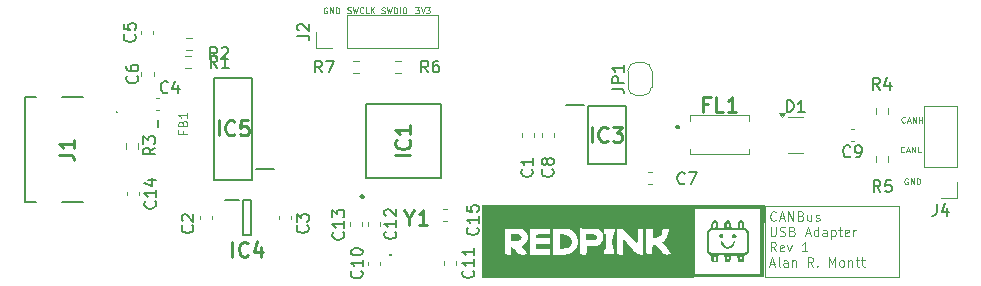
<source format=gbr>
%TF.GenerationSoftware,KiCad,Pcbnew,9.0.7*%
%TF.CreationDate,2026-02-18T00:38:32-05:00*%
%TF.ProjectId,RedPink_STM32C09_Board,52656450-696e-46b5-9f53-544d33324330,rev?*%
%TF.SameCoordinates,Original*%
%TF.FileFunction,Legend,Top*%
%TF.FilePolarity,Positive*%
%FSLAX46Y46*%
G04 Gerber Fmt 4.6, Leading zero omitted, Abs format (unit mm)*
G04 Created by KiCad (PCBNEW 9.0.7) date 2026-02-18 00:38:32*
%MOMM*%
%LPD*%
G01*
G04 APERTURE LIST*
%ADD10C,0.100000*%
%ADD11C,0.125000*%
%ADD12C,0.150000*%
%ADD13C,0.254000*%
%ADD14C,0.120000*%
%ADD15C,0.300000*%
%ADD16C,0.000000*%
%ADD17C,0.200000*%
%ADD18C,0.250000*%
G04 APERTURE END LIST*
D10*
X174595214Y-72254342D02*
X186014977Y-72254342D01*
X186014977Y-78275145D01*
X174595214Y-78275145D01*
X174595214Y-72254342D01*
D11*
X175554855Y-73455472D02*
X175516759Y-73493568D01*
X175516759Y-73493568D02*
X175402474Y-73531663D01*
X175402474Y-73531663D02*
X175326283Y-73531663D01*
X175326283Y-73531663D02*
X175211997Y-73493568D01*
X175211997Y-73493568D02*
X175135807Y-73417377D01*
X175135807Y-73417377D02*
X175097712Y-73341187D01*
X175097712Y-73341187D02*
X175059616Y-73188806D01*
X175059616Y-73188806D02*
X175059616Y-73074520D01*
X175059616Y-73074520D02*
X175097712Y-72922139D01*
X175097712Y-72922139D02*
X175135807Y-72845948D01*
X175135807Y-72845948D02*
X175211997Y-72769758D01*
X175211997Y-72769758D02*
X175326283Y-72731663D01*
X175326283Y-72731663D02*
X175402474Y-72731663D01*
X175402474Y-72731663D02*
X175516759Y-72769758D01*
X175516759Y-72769758D02*
X175554855Y-72807853D01*
X175859616Y-73303091D02*
X176240569Y-73303091D01*
X175783426Y-73531663D02*
X176050093Y-72731663D01*
X176050093Y-72731663D02*
X176316759Y-73531663D01*
X176583426Y-73531663D02*
X176583426Y-72731663D01*
X176583426Y-72731663D02*
X177040569Y-73531663D01*
X177040569Y-73531663D02*
X177040569Y-72731663D01*
X177688187Y-73112615D02*
X177802473Y-73150710D01*
X177802473Y-73150710D02*
X177840568Y-73188806D01*
X177840568Y-73188806D02*
X177878664Y-73264996D01*
X177878664Y-73264996D02*
X177878664Y-73379282D01*
X177878664Y-73379282D02*
X177840568Y-73455472D01*
X177840568Y-73455472D02*
X177802473Y-73493568D01*
X177802473Y-73493568D02*
X177726283Y-73531663D01*
X177726283Y-73531663D02*
X177421521Y-73531663D01*
X177421521Y-73531663D02*
X177421521Y-72731663D01*
X177421521Y-72731663D02*
X177688187Y-72731663D01*
X177688187Y-72731663D02*
X177764378Y-72769758D01*
X177764378Y-72769758D02*
X177802473Y-72807853D01*
X177802473Y-72807853D02*
X177840568Y-72884044D01*
X177840568Y-72884044D02*
X177840568Y-72960234D01*
X177840568Y-72960234D02*
X177802473Y-73036425D01*
X177802473Y-73036425D02*
X177764378Y-73074520D01*
X177764378Y-73074520D02*
X177688187Y-73112615D01*
X177688187Y-73112615D02*
X177421521Y-73112615D01*
X178564378Y-72998329D02*
X178564378Y-73531663D01*
X178221521Y-72998329D02*
X178221521Y-73417377D01*
X178221521Y-73417377D02*
X178259616Y-73493568D01*
X178259616Y-73493568D02*
X178335806Y-73531663D01*
X178335806Y-73531663D02*
X178450092Y-73531663D01*
X178450092Y-73531663D02*
X178526283Y-73493568D01*
X178526283Y-73493568D02*
X178564378Y-73455472D01*
X178907235Y-73493568D02*
X178983426Y-73531663D01*
X178983426Y-73531663D02*
X179135807Y-73531663D01*
X179135807Y-73531663D02*
X179211997Y-73493568D01*
X179211997Y-73493568D02*
X179250093Y-73417377D01*
X179250093Y-73417377D02*
X179250093Y-73379282D01*
X179250093Y-73379282D02*
X179211997Y-73303091D01*
X179211997Y-73303091D02*
X179135807Y-73264996D01*
X179135807Y-73264996D02*
X179021521Y-73264996D01*
X179021521Y-73264996D02*
X178945331Y-73226901D01*
X178945331Y-73226901D02*
X178907235Y-73150710D01*
X178907235Y-73150710D02*
X178907235Y-73112615D01*
X178907235Y-73112615D02*
X178945331Y-73036425D01*
X178945331Y-73036425D02*
X179021521Y-72998329D01*
X179021521Y-72998329D02*
X179135807Y-72998329D01*
X179135807Y-72998329D02*
X179211997Y-73036425D01*
X175097712Y-74019618D02*
X175097712Y-74667237D01*
X175097712Y-74667237D02*
X175135807Y-74743427D01*
X175135807Y-74743427D02*
X175173902Y-74781523D01*
X175173902Y-74781523D02*
X175250093Y-74819618D01*
X175250093Y-74819618D02*
X175402474Y-74819618D01*
X175402474Y-74819618D02*
X175478664Y-74781523D01*
X175478664Y-74781523D02*
X175516759Y-74743427D01*
X175516759Y-74743427D02*
X175554855Y-74667237D01*
X175554855Y-74667237D02*
X175554855Y-74019618D01*
X175897711Y-74781523D02*
X176011997Y-74819618D01*
X176011997Y-74819618D02*
X176202473Y-74819618D01*
X176202473Y-74819618D02*
X176278664Y-74781523D01*
X176278664Y-74781523D02*
X176316759Y-74743427D01*
X176316759Y-74743427D02*
X176354854Y-74667237D01*
X176354854Y-74667237D02*
X176354854Y-74591046D01*
X176354854Y-74591046D02*
X176316759Y-74514856D01*
X176316759Y-74514856D02*
X176278664Y-74476761D01*
X176278664Y-74476761D02*
X176202473Y-74438665D01*
X176202473Y-74438665D02*
X176050092Y-74400570D01*
X176050092Y-74400570D02*
X175973902Y-74362475D01*
X175973902Y-74362475D02*
X175935807Y-74324380D01*
X175935807Y-74324380D02*
X175897711Y-74248189D01*
X175897711Y-74248189D02*
X175897711Y-74171999D01*
X175897711Y-74171999D02*
X175935807Y-74095808D01*
X175935807Y-74095808D02*
X175973902Y-74057713D01*
X175973902Y-74057713D02*
X176050092Y-74019618D01*
X176050092Y-74019618D02*
X176240569Y-74019618D01*
X176240569Y-74019618D02*
X176354854Y-74057713D01*
X176964378Y-74400570D02*
X177078664Y-74438665D01*
X177078664Y-74438665D02*
X177116759Y-74476761D01*
X177116759Y-74476761D02*
X177154855Y-74552951D01*
X177154855Y-74552951D02*
X177154855Y-74667237D01*
X177154855Y-74667237D02*
X177116759Y-74743427D01*
X177116759Y-74743427D02*
X177078664Y-74781523D01*
X177078664Y-74781523D02*
X177002474Y-74819618D01*
X177002474Y-74819618D02*
X176697712Y-74819618D01*
X176697712Y-74819618D02*
X176697712Y-74019618D01*
X176697712Y-74019618D02*
X176964378Y-74019618D01*
X176964378Y-74019618D02*
X177040569Y-74057713D01*
X177040569Y-74057713D02*
X177078664Y-74095808D01*
X177078664Y-74095808D02*
X177116759Y-74171999D01*
X177116759Y-74171999D02*
X177116759Y-74248189D01*
X177116759Y-74248189D02*
X177078664Y-74324380D01*
X177078664Y-74324380D02*
X177040569Y-74362475D01*
X177040569Y-74362475D02*
X176964378Y-74400570D01*
X176964378Y-74400570D02*
X176697712Y-74400570D01*
X178069140Y-74591046D02*
X178450093Y-74591046D01*
X177992950Y-74819618D02*
X178259617Y-74019618D01*
X178259617Y-74019618D02*
X178526283Y-74819618D01*
X179135807Y-74819618D02*
X179135807Y-74019618D01*
X179135807Y-74781523D02*
X179059616Y-74819618D01*
X179059616Y-74819618D02*
X178907235Y-74819618D01*
X178907235Y-74819618D02*
X178831045Y-74781523D01*
X178831045Y-74781523D02*
X178792950Y-74743427D01*
X178792950Y-74743427D02*
X178754854Y-74667237D01*
X178754854Y-74667237D02*
X178754854Y-74438665D01*
X178754854Y-74438665D02*
X178792950Y-74362475D01*
X178792950Y-74362475D02*
X178831045Y-74324380D01*
X178831045Y-74324380D02*
X178907235Y-74286284D01*
X178907235Y-74286284D02*
X179059616Y-74286284D01*
X179059616Y-74286284D02*
X179135807Y-74324380D01*
X179859617Y-74819618D02*
X179859617Y-74400570D01*
X179859617Y-74400570D02*
X179821522Y-74324380D01*
X179821522Y-74324380D02*
X179745331Y-74286284D01*
X179745331Y-74286284D02*
X179592950Y-74286284D01*
X179592950Y-74286284D02*
X179516760Y-74324380D01*
X179859617Y-74781523D02*
X179783426Y-74819618D01*
X179783426Y-74819618D02*
X179592950Y-74819618D01*
X179592950Y-74819618D02*
X179516760Y-74781523D01*
X179516760Y-74781523D02*
X179478664Y-74705332D01*
X179478664Y-74705332D02*
X179478664Y-74629142D01*
X179478664Y-74629142D02*
X179516760Y-74552951D01*
X179516760Y-74552951D02*
X179592950Y-74514856D01*
X179592950Y-74514856D02*
X179783426Y-74514856D01*
X179783426Y-74514856D02*
X179859617Y-74476761D01*
X180240570Y-74286284D02*
X180240570Y-75086284D01*
X180240570Y-74324380D02*
X180316760Y-74286284D01*
X180316760Y-74286284D02*
X180469141Y-74286284D01*
X180469141Y-74286284D02*
X180545332Y-74324380D01*
X180545332Y-74324380D02*
X180583427Y-74362475D01*
X180583427Y-74362475D02*
X180621522Y-74438665D01*
X180621522Y-74438665D02*
X180621522Y-74667237D01*
X180621522Y-74667237D02*
X180583427Y-74743427D01*
X180583427Y-74743427D02*
X180545332Y-74781523D01*
X180545332Y-74781523D02*
X180469141Y-74819618D01*
X180469141Y-74819618D02*
X180316760Y-74819618D01*
X180316760Y-74819618D02*
X180240570Y-74781523D01*
X180850094Y-74286284D02*
X181154856Y-74286284D01*
X180964380Y-74019618D02*
X180964380Y-74705332D01*
X180964380Y-74705332D02*
X181002475Y-74781523D01*
X181002475Y-74781523D02*
X181078665Y-74819618D01*
X181078665Y-74819618D02*
X181154856Y-74819618D01*
X181726285Y-74781523D02*
X181650094Y-74819618D01*
X181650094Y-74819618D02*
X181497713Y-74819618D01*
X181497713Y-74819618D02*
X181421523Y-74781523D01*
X181421523Y-74781523D02*
X181383427Y-74705332D01*
X181383427Y-74705332D02*
X181383427Y-74400570D01*
X181383427Y-74400570D02*
X181421523Y-74324380D01*
X181421523Y-74324380D02*
X181497713Y-74286284D01*
X181497713Y-74286284D02*
X181650094Y-74286284D01*
X181650094Y-74286284D02*
X181726285Y-74324380D01*
X181726285Y-74324380D02*
X181764380Y-74400570D01*
X181764380Y-74400570D02*
X181764380Y-74476761D01*
X181764380Y-74476761D02*
X181383427Y-74552951D01*
X182107237Y-74819618D02*
X182107237Y-74286284D01*
X182107237Y-74438665D02*
X182145332Y-74362475D01*
X182145332Y-74362475D02*
X182183427Y-74324380D01*
X182183427Y-74324380D02*
X182259618Y-74286284D01*
X182259618Y-74286284D02*
X182335808Y-74286284D01*
X175554855Y-76107573D02*
X175288188Y-75726620D01*
X175097712Y-76107573D02*
X175097712Y-75307573D01*
X175097712Y-75307573D02*
X175402474Y-75307573D01*
X175402474Y-75307573D02*
X175478664Y-75345668D01*
X175478664Y-75345668D02*
X175516759Y-75383763D01*
X175516759Y-75383763D02*
X175554855Y-75459954D01*
X175554855Y-75459954D02*
X175554855Y-75574239D01*
X175554855Y-75574239D02*
X175516759Y-75650430D01*
X175516759Y-75650430D02*
X175478664Y-75688525D01*
X175478664Y-75688525D02*
X175402474Y-75726620D01*
X175402474Y-75726620D02*
X175097712Y-75726620D01*
X176202474Y-76069478D02*
X176126283Y-76107573D01*
X176126283Y-76107573D02*
X175973902Y-76107573D01*
X175973902Y-76107573D02*
X175897712Y-76069478D01*
X175897712Y-76069478D02*
X175859616Y-75993287D01*
X175859616Y-75993287D02*
X175859616Y-75688525D01*
X175859616Y-75688525D02*
X175897712Y-75612335D01*
X175897712Y-75612335D02*
X175973902Y-75574239D01*
X175973902Y-75574239D02*
X176126283Y-75574239D01*
X176126283Y-75574239D02*
X176202474Y-75612335D01*
X176202474Y-75612335D02*
X176240569Y-75688525D01*
X176240569Y-75688525D02*
X176240569Y-75764716D01*
X176240569Y-75764716D02*
X175859616Y-75840906D01*
X176507235Y-75574239D02*
X176697711Y-76107573D01*
X176697711Y-76107573D02*
X176888188Y-75574239D01*
X178221521Y-76107573D02*
X177764378Y-76107573D01*
X177992950Y-76107573D02*
X177992950Y-75307573D01*
X177992950Y-75307573D02*
X177916759Y-75421858D01*
X177916759Y-75421858D02*
X177840569Y-75498049D01*
X177840569Y-75498049D02*
X177764378Y-75536144D01*
X175059616Y-77166956D02*
X175440569Y-77166956D01*
X174983426Y-77395528D02*
X175250093Y-76595528D01*
X175250093Y-76595528D02*
X175516759Y-77395528D01*
X175897711Y-77395528D02*
X175821521Y-77357433D01*
X175821521Y-77357433D02*
X175783426Y-77281242D01*
X175783426Y-77281242D02*
X175783426Y-76595528D01*
X176545331Y-77395528D02*
X176545331Y-76976480D01*
X176545331Y-76976480D02*
X176507236Y-76900290D01*
X176507236Y-76900290D02*
X176431045Y-76862194D01*
X176431045Y-76862194D02*
X176278664Y-76862194D01*
X176278664Y-76862194D02*
X176202474Y-76900290D01*
X176545331Y-77357433D02*
X176469140Y-77395528D01*
X176469140Y-77395528D02*
X176278664Y-77395528D01*
X176278664Y-77395528D02*
X176202474Y-77357433D01*
X176202474Y-77357433D02*
X176164378Y-77281242D01*
X176164378Y-77281242D02*
X176164378Y-77205052D01*
X176164378Y-77205052D02*
X176202474Y-77128861D01*
X176202474Y-77128861D02*
X176278664Y-77090766D01*
X176278664Y-77090766D02*
X176469140Y-77090766D01*
X176469140Y-77090766D02*
X176545331Y-77052671D01*
X176926284Y-76862194D02*
X176926284Y-77395528D01*
X176926284Y-76938385D02*
X176964379Y-76900290D01*
X176964379Y-76900290D02*
X177040569Y-76862194D01*
X177040569Y-76862194D02*
X177154855Y-76862194D01*
X177154855Y-76862194D02*
X177231046Y-76900290D01*
X177231046Y-76900290D02*
X177269141Y-76976480D01*
X177269141Y-76976480D02*
X177269141Y-77395528D01*
X178716761Y-77395528D02*
X178450094Y-77014575D01*
X178259618Y-77395528D02*
X178259618Y-76595528D01*
X178259618Y-76595528D02*
X178564380Y-76595528D01*
X178564380Y-76595528D02*
X178640570Y-76633623D01*
X178640570Y-76633623D02*
X178678665Y-76671718D01*
X178678665Y-76671718D02*
X178716761Y-76747909D01*
X178716761Y-76747909D02*
X178716761Y-76862194D01*
X178716761Y-76862194D02*
X178678665Y-76938385D01*
X178678665Y-76938385D02*
X178640570Y-76976480D01*
X178640570Y-76976480D02*
X178564380Y-77014575D01*
X178564380Y-77014575D02*
X178259618Y-77014575D01*
X179059618Y-77319337D02*
X179097713Y-77357433D01*
X179097713Y-77357433D02*
X179059618Y-77395528D01*
X179059618Y-77395528D02*
X179021522Y-77357433D01*
X179021522Y-77357433D02*
X179059618Y-77319337D01*
X179059618Y-77319337D02*
X179059618Y-77395528D01*
X180050094Y-77395528D02*
X180050094Y-76595528D01*
X180050094Y-76595528D02*
X180316760Y-77166956D01*
X180316760Y-77166956D02*
X180583427Y-76595528D01*
X180583427Y-76595528D02*
X180583427Y-77395528D01*
X181078665Y-77395528D02*
X181002475Y-77357433D01*
X181002475Y-77357433D02*
X180964380Y-77319337D01*
X180964380Y-77319337D02*
X180926284Y-77243147D01*
X180926284Y-77243147D02*
X180926284Y-77014575D01*
X180926284Y-77014575D02*
X180964380Y-76938385D01*
X180964380Y-76938385D02*
X181002475Y-76900290D01*
X181002475Y-76900290D02*
X181078665Y-76862194D01*
X181078665Y-76862194D02*
X181192951Y-76862194D01*
X181192951Y-76862194D02*
X181269142Y-76900290D01*
X181269142Y-76900290D02*
X181307237Y-76938385D01*
X181307237Y-76938385D02*
X181345332Y-77014575D01*
X181345332Y-77014575D02*
X181345332Y-77243147D01*
X181345332Y-77243147D02*
X181307237Y-77319337D01*
X181307237Y-77319337D02*
X181269142Y-77357433D01*
X181269142Y-77357433D02*
X181192951Y-77395528D01*
X181192951Y-77395528D02*
X181078665Y-77395528D01*
X181688190Y-76862194D02*
X181688190Y-77395528D01*
X181688190Y-76938385D02*
X181726285Y-76900290D01*
X181726285Y-76900290D02*
X181802475Y-76862194D01*
X181802475Y-76862194D02*
X181916761Y-76862194D01*
X181916761Y-76862194D02*
X181992952Y-76900290D01*
X181992952Y-76900290D02*
X182031047Y-76976480D01*
X182031047Y-76976480D02*
X182031047Y-77395528D01*
X182297714Y-76862194D02*
X182602476Y-76862194D01*
X182412000Y-76595528D02*
X182412000Y-77281242D01*
X182412000Y-77281242D02*
X182450095Y-77357433D01*
X182450095Y-77357433D02*
X182526285Y-77395528D01*
X182526285Y-77395528D02*
X182602476Y-77395528D01*
X182754857Y-76862194D02*
X183059619Y-76862194D01*
X182869143Y-76595528D02*
X182869143Y-77281242D01*
X182869143Y-77281242D02*
X182907238Y-77357433D01*
X182907238Y-77357433D02*
X182983428Y-77395528D01*
X182983428Y-77395528D02*
X183059619Y-77395528D01*
X142152474Y-55933500D02*
X142223902Y-55957309D01*
X142223902Y-55957309D02*
X142342950Y-55957309D01*
X142342950Y-55957309D02*
X142390569Y-55933500D01*
X142390569Y-55933500D02*
X142414378Y-55909690D01*
X142414378Y-55909690D02*
X142438188Y-55862071D01*
X142438188Y-55862071D02*
X142438188Y-55814452D01*
X142438188Y-55814452D02*
X142414378Y-55766833D01*
X142414378Y-55766833D02*
X142390569Y-55743023D01*
X142390569Y-55743023D02*
X142342950Y-55719214D01*
X142342950Y-55719214D02*
X142247712Y-55695404D01*
X142247712Y-55695404D02*
X142200093Y-55671595D01*
X142200093Y-55671595D02*
X142176283Y-55647785D01*
X142176283Y-55647785D02*
X142152474Y-55600166D01*
X142152474Y-55600166D02*
X142152474Y-55552547D01*
X142152474Y-55552547D02*
X142176283Y-55504928D01*
X142176283Y-55504928D02*
X142200093Y-55481119D01*
X142200093Y-55481119D02*
X142247712Y-55457309D01*
X142247712Y-55457309D02*
X142366759Y-55457309D01*
X142366759Y-55457309D02*
X142438188Y-55481119D01*
X142604854Y-55457309D02*
X142723902Y-55957309D01*
X142723902Y-55957309D02*
X142819140Y-55600166D01*
X142819140Y-55600166D02*
X142914378Y-55957309D01*
X142914378Y-55957309D02*
X143033426Y-55457309D01*
X143223902Y-55957309D02*
X143223902Y-55457309D01*
X143223902Y-55457309D02*
X143342950Y-55457309D01*
X143342950Y-55457309D02*
X143414378Y-55481119D01*
X143414378Y-55481119D02*
X143461997Y-55528738D01*
X143461997Y-55528738D02*
X143485807Y-55576357D01*
X143485807Y-55576357D02*
X143509616Y-55671595D01*
X143509616Y-55671595D02*
X143509616Y-55743023D01*
X143509616Y-55743023D02*
X143485807Y-55838261D01*
X143485807Y-55838261D02*
X143461997Y-55885880D01*
X143461997Y-55885880D02*
X143414378Y-55933500D01*
X143414378Y-55933500D02*
X143342950Y-55957309D01*
X143342950Y-55957309D02*
X143223902Y-55957309D01*
X143723902Y-55957309D02*
X143723902Y-55457309D01*
X144057235Y-55457309D02*
X144152473Y-55457309D01*
X144152473Y-55457309D02*
X144200092Y-55481119D01*
X144200092Y-55481119D02*
X144247711Y-55528738D01*
X144247711Y-55528738D02*
X144271521Y-55623976D01*
X144271521Y-55623976D02*
X144271521Y-55790642D01*
X144271521Y-55790642D02*
X144247711Y-55885880D01*
X144247711Y-55885880D02*
X144200092Y-55933500D01*
X144200092Y-55933500D02*
X144152473Y-55957309D01*
X144152473Y-55957309D02*
X144057235Y-55957309D01*
X144057235Y-55957309D02*
X144009616Y-55933500D01*
X144009616Y-55933500D02*
X143961997Y-55885880D01*
X143961997Y-55885880D02*
X143938188Y-55790642D01*
X143938188Y-55790642D02*
X143938188Y-55623976D01*
X143938188Y-55623976D02*
X143961997Y-55528738D01*
X143961997Y-55528738D02*
X144009616Y-55481119D01*
X144009616Y-55481119D02*
X144057235Y-55457309D01*
X186713188Y-69956119D02*
X186665569Y-69932309D01*
X186665569Y-69932309D02*
X186594140Y-69932309D01*
X186594140Y-69932309D02*
X186522712Y-69956119D01*
X186522712Y-69956119D02*
X186475093Y-70003738D01*
X186475093Y-70003738D02*
X186451283Y-70051357D01*
X186451283Y-70051357D02*
X186427474Y-70146595D01*
X186427474Y-70146595D02*
X186427474Y-70218023D01*
X186427474Y-70218023D02*
X186451283Y-70313261D01*
X186451283Y-70313261D02*
X186475093Y-70360880D01*
X186475093Y-70360880D02*
X186522712Y-70408500D01*
X186522712Y-70408500D02*
X186594140Y-70432309D01*
X186594140Y-70432309D02*
X186641759Y-70432309D01*
X186641759Y-70432309D02*
X186713188Y-70408500D01*
X186713188Y-70408500D02*
X186736997Y-70384690D01*
X186736997Y-70384690D02*
X186736997Y-70218023D01*
X186736997Y-70218023D02*
X186641759Y-70218023D01*
X186951283Y-70432309D02*
X186951283Y-69932309D01*
X186951283Y-69932309D02*
X187236997Y-70432309D01*
X187236997Y-70432309D02*
X187236997Y-69932309D01*
X187475093Y-70432309D02*
X187475093Y-69932309D01*
X187475093Y-69932309D02*
X187594141Y-69932309D01*
X187594141Y-69932309D02*
X187665569Y-69956119D01*
X187665569Y-69956119D02*
X187713188Y-70003738D01*
X187713188Y-70003738D02*
X187736998Y-70051357D01*
X187736998Y-70051357D02*
X187760807Y-70146595D01*
X187760807Y-70146595D02*
X187760807Y-70218023D01*
X187760807Y-70218023D02*
X187736998Y-70313261D01*
X187736998Y-70313261D02*
X187713188Y-70360880D01*
X187713188Y-70360880D02*
X187665569Y-70408500D01*
X187665569Y-70408500D02*
X187594141Y-70432309D01*
X187594141Y-70432309D02*
X187475093Y-70432309D01*
X186436997Y-67684690D02*
X186413188Y-67708500D01*
X186413188Y-67708500D02*
X186341759Y-67732309D01*
X186341759Y-67732309D02*
X186294140Y-67732309D01*
X186294140Y-67732309D02*
X186222712Y-67708500D01*
X186222712Y-67708500D02*
X186175093Y-67660880D01*
X186175093Y-67660880D02*
X186151283Y-67613261D01*
X186151283Y-67613261D02*
X186127474Y-67518023D01*
X186127474Y-67518023D02*
X186127474Y-67446595D01*
X186127474Y-67446595D02*
X186151283Y-67351357D01*
X186151283Y-67351357D02*
X186175093Y-67303738D01*
X186175093Y-67303738D02*
X186222712Y-67256119D01*
X186222712Y-67256119D02*
X186294140Y-67232309D01*
X186294140Y-67232309D02*
X186341759Y-67232309D01*
X186341759Y-67232309D02*
X186413188Y-67256119D01*
X186413188Y-67256119D02*
X186436997Y-67279928D01*
X186627474Y-67589452D02*
X186865569Y-67589452D01*
X186579855Y-67732309D02*
X186746521Y-67232309D01*
X186746521Y-67232309D02*
X186913188Y-67732309D01*
X187079854Y-67732309D02*
X187079854Y-67232309D01*
X187079854Y-67232309D02*
X187365568Y-67732309D01*
X187365568Y-67732309D02*
X187365568Y-67232309D01*
X187841759Y-67732309D02*
X187603664Y-67732309D01*
X187603664Y-67732309D02*
X187603664Y-67232309D01*
X186486997Y-65159690D02*
X186463188Y-65183500D01*
X186463188Y-65183500D02*
X186391759Y-65207309D01*
X186391759Y-65207309D02*
X186344140Y-65207309D01*
X186344140Y-65207309D02*
X186272712Y-65183500D01*
X186272712Y-65183500D02*
X186225093Y-65135880D01*
X186225093Y-65135880D02*
X186201283Y-65088261D01*
X186201283Y-65088261D02*
X186177474Y-64993023D01*
X186177474Y-64993023D02*
X186177474Y-64921595D01*
X186177474Y-64921595D02*
X186201283Y-64826357D01*
X186201283Y-64826357D02*
X186225093Y-64778738D01*
X186225093Y-64778738D02*
X186272712Y-64731119D01*
X186272712Y-64731119D02*
X186344140Y-64707309D01*
X186344140Y-64707309D02*
X186391759Y-64707309D01*
X186391759Y-64707309D02*
X186463188Y-64731119D01*
X186463188Y-64731119D02*
X186486997Y-64754928D01*
X186677474Y-65064452D02*
X186915569Y-65064452D01*
X186629855Y-65207309D02*
X186796521Y-64707309D01*
X186796521Y-64707309D02*
X186963188Y-65207309D01*
X187129854Y-65207309D02*
X187129854Y-64707309D01*
X187129854Y-64707309D02*
X187415568Y-65207309D01*
X187415568Y-65207309D02*
X187415568Y-64707309D01*
X187653664Y-65207309D02*
X187653664Y-64707309D01*
X187653664Y-64945404D02*
X187939378Y-64945404D01*
X187939378Y-65207309D02*
X187939378Y-64707309D01*
X139277474Y-55908500D02*
X139348902Y-55932309D01*
X139348902Y-55932309D02*
X139467950Y-55932309D01*
X139467950Y-55932309D02*
X139515569Y-55908500D01*
X139515569Y-55908500D02*
X139539378Y-55884690D01*
X139539378Y-55884690D02*
X139563188Y-55837071D01*
X139563188Y-55837071D02*
X139563188Y-55789452D01*
X139563188Y-55789452D02*
X139539378Y-55741833D01*
X139539378Y-55741833D02*
X139515569Y-55718023D01*
X139515569Y-55718023D02*
X139467950Y-55694214D01*
X139467950Y-55694214D02*
X139372712Y-55670404D01*
X139372712Y-55670404D02*
X139325093Y-55646595D01*
X139325093Y-55646595D02*
X139301283Y-55622785D01*
X139301283Y-55622785D02*
X139277474Y-55575166D01*
X139277474Y-55575166D02*
X139277474Y-55527547D01*
X139277474Y-55527547D02*
X139301283Y-55479928D01*
X139301283Y-55479928D02*
X139325093Y-55456119D01*
X139325093Y-55456119D02*
X139372712Y-55432309D01*
X139372712Y-55432309D02*
X139491759Y-55432309D01*
X139491759Y-55432309D02*
X139563188Y-55456119D01*
X139729854Y-55432309D02*
X139848902Y-55932309D01*
X139848902Y-55932309D02*
X139944140Y-55575166D01*
X139944140Y-55575166D02*
X140039378Y-55932309D01*
X140039378Y-55932309D02*
X140158426Y-55432309D01*
X140634616Y-55884690D02*
X140610807Y-55908500D01*
X140610807Y-55908500D02*
X140539378Y-55932309D01*
X140539378Y-55932309D02*
X140491759Y-55932309D01*
X140491759Y-55932309D02*
X140420331Y-55908500D01*
X140420331Y-55908500D02*
X140372712Y-55860880D01*
X140372712Y-55860880D02*
X140348902Y-55813261D01*
X140348902Y-55813261D02*
X140325093Y-55718023D01*
X140325093Y-55718023D02*
X140325093Y-55646595D01*
X140325093Y-55646595D02*
X140348902Y-55551357D01*
X140348902Y-55551357D02*
X140372712Y-55503738D01*
X140372712Y-55503738D02*
X140420331Y-55456119D01*
X140420331Y-55456119D02*
X140491759Y-55432309D01*
X140491759Y-55432309D02*
X140539378Y-55432309D01*
X140539378Y-55432309D02*
X140610807Y-55456119D01*
X140610807Y-55456119D02*
X140634616Y-55479928D01*
X141086997Y-55932309D02*
X140848902Y-55932309D01*
X140848902Y-55932309D02*
X140848902Y-55432309D01*
X141253664Y-55932309D02*
X141253664Y-55432309D01*
X141539378Y-55932309D02*
X141325093Y-55646595D01*
X141539378Y-55432309D02*
X141253664Y-55718023D01*
X137538188Y-55481119D02*
X137490569Y-55457309D01*
X137490569Y-55457309D02*
X137419140Y-55457309D01*
X137419140Y-55457309D02*
X137347712Y-55481119D01*
X137347712Y-55481119D02*
X137300093Y-55528738D01*
X137300093Y-55528738D02*
X137276283Y-55576357D01*
X137276283Y-55576357D02*
X137252474Y-55671595D01*
X137252474Y-55671595D02*
X137252474Y-55743023D01*
X137252474Y-55743023D02*
X137276283Y-55838261D01*
X137276283Y-55838261D02*
X137300093Y-55885880D01*
X137300093Y-55885880D02*
X137347712Y-55933500D01*
X137347712Y-55933500D02*
X137419140Y-55957309D01*
X137419140Y-55957309D02*
X137466759Y-55957309D01*
X137466759Y-55957309D02*
X137538188Y-55933500D01*
X137538188Y-55933500D02*
X137561997Y-55909690D01*
X137561997Y-55909690D02*
X137561997Y-55743023D01*
X137561997Y-55743023D02*
X137466759Y-55743023D01*
X137776283Y-55957309D02*
X137776283Y-55457309D01*
X137776283Y-55457309D02*
X138061997Y-55957309D01*
X138061997Y-55957309D02*
X138061997Y-55457309D01*
X138300093Y-55957309D02*
X138300093Y-55457309D01*
X138300093Y-55457309D02*
X138419141Y-55457309D01*
X138419141Y-55457309D02*
X138490569Y-55481119D01*
X138490569Y-55481119D02*
X138538188Y-55528738D01*
X138538188Y-55528738D02*
X138561998Y-55576357D01*
X138561998Y-55576357D02*
X138585807Y-55671595D01*
X138585807Y-55671595D02*
X138585807Y-55743023D01*
X138585807Y-55743023D02*
X138561998Y-55838261D01*
X138561998Y-55838261D02*
X138538188Y-55885880D01*
X138538188Y-55885880D02*
X138490569Y-55933500D01*
X138490569Y-55933500D02*
X138419141Y-55957309D01*
X138419141Y-55957309D02*
X138300093Y-55957309D01*
X145028664Y-55457309D02*
X145338188Y-55457309D01*
X145338188Y-55457309D02*
X145171521Y-55647785D01*
X145171521Y-55647785D02*
X145242950Y-55647785D01*
X145242950Y-55647785D02*
X145290569Y-55671595D01*
X145290569Y-55671595D02*
X145314378Y-55695404D01*
X145314378Y-55695404D02*
X145338188Y-55743023D01*
X145338188Y-55743023D02*
X145338188Y-55862071D01*
X145338188Y-55862071D02*
X145314378Y-55909690D01*
X145314378Y-55909690D02*
X145290569Y-55933500D01*
X145290569Y-55933500D02*
X145242950Y-55957309D01*
X145242950Y-55957309D02*
X145100093Y-55957309D01*
X145100093Y-55957309D02*
X145052474Y-55933500D01*
X145052474Y-55933500D02*
X145028664Y-55909690D01*
X145481045Y-55457309D02*
X145647711Y-55957309D01*
X145647711Y-55957309D02*
X145814378Y-55457309D01*
X145933425Y-55457309D02*
X146242949Y-55457309D01*
X146242949Y-55457309D02*
X146076282Y-55647785D01*
X146076282Y-55647785D02*
X146147711Y-55647785D01*
X146147711Y-55647785D02*
X146195330Y-55671595D01*
X146195330Y-55671595D02*
X146219139Y-55695404D01*
X146219139Y-55695404D02*
X146242949Y-55743023D01*
X146242949Y-55743023D02*
X146242949Y-55862071D01*
X146242949Y-55862071D02*
X146219139Y-55909690D01*
X146219139Y-55909690D02*
X146195330Y-55933500D01*
X146195330Y-55933500D02*
X146147711Y-55957309D01*
X146147711Y-55957309D02*
X146004854Y-55957309D01*
X146004854Y-55957309D02*
X145957235Y-55933500D01*
X145957235Y-55933500D02*
X145933425Y-55909690D01*
D12*
X189166666Y-72084819D02*
X189166666Y-72799104D01*
X189166666Y-72799104D02*
X189119047Y-72941961D01*
X189119047Y-72941961D02*
X189023809Y-73037200D01*
X189023809Y-73037200D02*
X188880952Y-73084819D01*
X188880952Y-73084819D02*
X188785714Y-73084819D01*
X190071428Y-72418152D02*
X190071428Y-73084819D01*
X189833333Y-72037200D02*
X189595238Y-72751485D01*
X189595238Y-72751485D02*
X190214285Y-72751485D01*
X121459580Y-61241666D02*
X121507200Y-61289285D01*
X121507200Y-61289285D02*
X121554819Y-61432142D01*
X121554819Y-61432142D02*
X121554819Y-61527380D01*
X121554819Y-61527380D02*
X121507200Y-61670237D01*
X121507200Y-61670237D02*
X121411961Y-61765475D01*
X121411961Y-61765475D02*
X121316723Y-61813094D01*
X121316723Y-61813094D02*
X121126247Y-61860713D01*
X121126247Y-61860713D02*
X120983390Y-61860713D01*
X120983390Y-61860713D02*
X120792914Y-61813094D01*
X120792914Y-61813094D02*
X120697676Y-61765475D01*
X120697676Y-61765475D02*
X120602438Y-61670237D01*
X120602438Y-61670237D02*
X120554819Y-61527380D01*
X120554819Y-61527380D02*
X120554819Y-61432142D01*
X120554819Y-61432142D02*
X120602438Y-61289285D01*
X120602438Y-61289285D02*
X120650057Y-61241666D01*
X120554819Y-60384523D02*
X120554819Y-60574999D01*
X120554819Y-60574999D02*
X120602438Y-60670237D01*
X120602438Y-60670237D02*
X120650057Y-60717856D01*
X120650057Y-60717856D02*
X120792914Y-60813094D01*
X120792914Y-60813094D02*
X120983390Y-60860713D01*
X120983390Y-60860713D02*
X121364342Y-60860713D01*
X121364342Y-60860713D02*
X121459580Y-60813094D01*
X121459580Y-60813094D02*
X121507200Y-60765475D01*
X121507200Y-60765475D02*
X121554819Y-60670237D01*
X121554819Y-60670237D02*
X121554819Y-60479761D01*
X121554819Y-60479761D02*
X121507200Y-60384523D01*
X121507200Y-60384523D02*
X121459580Y-60336904D01*
X121459580Y-60336904D02*
X121364342Y-60289285D01*
X121364342Y-60289285D02*
X121126247Y-60289285D01*
X121126247Y-60289285D02*
X121031009Y-60336904D01*
X121031009Y-60336904D02*
X120983390Y-60384523D01*
X120983390Y-60384523D02*
X120935771Y-60479761D01*
X120935771Y-60479761D02*
X120935771Y-60670237D01*
X120935771Y-60670237D02*
X120983390Y-60765475D01*
X120983390Y-60765475D02*
X121031009Y-60813094D01*
X121031009Y-60813094D02*
X121126247Y-60860713D01*
X143314580Y-74430357D02*
X143362200Y-74477976D01*
X143362200Y-74477976D02*
X143409819Y-74620833D01*
X143409819Y-74620833D02*
X143409819Y-74716071D01*
X143409819Y-74716071D02*
X143362200Y-74858928D01*
X143362200Y-74858928D02*
X143266961Y-74954166D01*
X143266961Y-74954166D02*
X143171723Y-75001785D01*
X143171723Y-75001785D02*
X142981247Y-75049404D01*
X142981247Y-75049404D02*
X142838390Y-75049404D01*
X142838390Y-75049404D02*
X142647914Y-75001785D01*
X142647914Y-75001785D02*
X142552676Y-74954166D01*
X142552676Y-74954166D02*
X142457438Y-74858928D01*
X142457438Y-74858928D02*
X142409819Y-74716071D01*
X142409819Y-74716071D02*
X142409819Y-74620833D01*
X142409819Y-74620833D02*
X142457438Y-74477976D01*
X142457438Y-74477976D02*
X142505057Y-74430357D01*
X143409819Y-73477976D02*
X143409819Y-74049404D01*
X143409819Y-73763690D02*
X142409819Y-73763690D01*
X142409819Y-73763690D02*
X142552676Y-73858928D01*
X142552676Y-73858928D02*
X142647914Y-73954166D01*
X142647914Y-73954166D02*
X142695533Y-74049404D01*
X142505057Y-73097023D02*
X142457438Y-73049404D01*
X142457438Y-73049404D02*
X142409819Y-72954166D01*
X142409819Y-72954166D02*
X142409819Y-72716071D01*
X142409819Y-72716071D02*
X142457438Y-72620833D01*
X142457438Y-72620833D02*
X142505057Y-72573214D01*
X142505057Y-72573214D02*
X142600295Y-72525595D01*
X142600295Y-72525595D02*
X142695533Y-72525595D01*
X142695533Y-72525595D02*
X142838390Y-72573214D01*
X142838390Y-72573214D02*
X143409819Y-73144642D01*
X143409819Y-73144642D02*
X143409819Y-72525595D01*
X184358333Y-62404819D02*
X184025000Y-61928628D01*
X183786905Y-62404819D02*
X183786905Y-61404819D01*
X183786905Y-61404819D02*
X184167857Y-61404819D01*
X184167857Y-61404819D02*
X184263095Y-61452438D01*
X184263095Y-61452438D02*
X184310714Y-61500057D01*
X184310714Y-61500057D02*
X184358333Y-61595295D01*
X184358333Y-61595295D02*
X184358333Y-61738152D01*
X184358333Y-61738152D02*
X184310714Y-61833390D01*
X184310714Y-61833390D02*
X184263095Y-61881009D01*
X184263095Y-61881009D02*
X184167857Y-61928628D01*
X184167857Y-61928628D02*
X183786905Y-61928628D01*
X185215476Y-61738152D02*
X185215476Y-62404819D01*
X184977381Y-61357200D02*
X184739286Y-62071485D01*
X184739286Y-62071485D02*
X185358333Y-62071485D01*
D13*
X169837619Y-63619080D02*
X169414285Y-63619080D01*
X169414285Y-64284318D02*
X169414285Y-63014318D01*
X169414285Y-63014318D02*
X170019047Y-63014318D01*
X171107618Y-64284318D02*
X170502856Y-64284318D01*
X170502856Y-64284318D02*
X170502856Y-63014318D01*
X172196190Y-64284318D02*
X171470475Y-64284318D01*
X171833332Y-64284318D02*
X171833332Y-63014318D01*
X171833332Y-63014318D02*
X171712380Y-63195746D01*
X171712380Y-63195746D02*
X171591428Y-63316699D01*
X171591428Y-63316699D02*
X171470475Y-63377175D01*
D12*
X135884580Y-73916666D02*
X135932200Y-73964285D01*
X135932200Y-73964285D02*
X135979819Y-74107142D01*
X135979819Y-74107142D02*
X135979819Y-74202380D01*
X135979819Y-74202380D02*
X135932200Y-74345237D01*
X135932200Y-74345237D02*
X135836961Y-74440475D01*
X135836961Y-74440475D02*
X135741723Y-74488094D01*
X135741723Y-74488094D02*
X135551247Y-74535713D01*
X135551247Y-74535713D02*
X135408390Y-74535713D01*
X135408390Y-74535713D02*
X135217914Y-74488094D01*
X135217914Y-74488094D02*
X135122676Y-74440475D01*
X135122676Y-74440475D02*
X135027438Y-74345237D01*
X135027438Y-74345237D02*
X134979819Y-74202380D01*
X134979819Y-74202380D02*
X134979819Y-74107142D01*
X134979819Y-74107142D02*
X135027438Y-73964285D01*
X135027438Y-73964285D02*
X135075057Y-73916666D01*
X134979819Y-73583332D02*
X134979819Y-72964285D01*
X134979819Y-72964285D02*
X135360771Y-73297618D01*
X135360771Y-73297618D02*
X135360771Y-73154761D01*
X135360771Y-73154761D02*
X135408390Y-73059523D01*
X135408390Y-73059523D02*
X135456009Y-73011904D01*
X135456009Y-73011904D02*
X135551247Y-72964285D01*
X135551247Y-72964285D02*
X135789342Y-72964285D01*
X135789342Y-72964285D02*
X135884580Y-73011904D01*
X135884580Y-73011904D02*
X135932200Y-73059523D01*
X135932200Y-73059523D02*
X135979819Y-73154761D01*
X135979819Y-73154761D02*
X135979819Y-73440475D01*
X135979819Y-73440475D02*
X135932200Y-73535713D01*
X135932200Y-73535713D02*
X135884580Y-73583332D01*
X122984580Y-71867857D02*
X123032200Y-71915476D01*
X123032200Y-71915476D02*
X123079819Y-72058333D01*
X123079819Y-72058333D02*
X123079819Y-72153571D01*
X123079819Y-72153571D02*
X123032200Y-72296428D01*
X123032200Y-72296428D02*
X122936961Y-72391666D01*
X122936961Y-72391666D02*
X122841723Y-72439285D01*
X122841723Y-72439285D02*
X122651247Y-72486904D01*
X122651247Y-72486904D02*
X122508390Y-72486904D01*
X122508390Y-72486904D02*
X122317914Y-72439285D01*
X122317914Y-72439285D02*
X122222676Y-72391666D01*
X122222676Y-72391666D02*
X122127438Y-72296428D01*
X122127438Y-72296428D02*
X122079819Y-72153571D01*
X122079819Y-72153571D02*
X122079819Y-72058333D01*
X122079819Y-72058333D02*
X122127438Y-71915476D01*
X122127438Y-71915476D02*
X122175057Y-71867857D01*
X123079819Y-70915476D02*
X123079819Y-71486904D01*
X123079819Y-71201190D02*
X122079819Y-71201190D01*
X122079819Y-71201190D02*
X122222676Y-71296428D01*
X122222676Y-71296428D02*
X122317914Y-71391666D01*
X122317914Y-71391666D02*
X122365533Y-71486904D01*
X122413152Y-70058333D02*
X123079819Y-70058333D01*
X122032200Y-70296428D02*
X122746485Y-70534523D01*
X122746485Y-70534523D02*
X122746485Y-69915476D01*
D13*
X144599318Y-67989762D02*
X143329318Y-67989762D01*
X144478365Y-66659285D02*
X144538842Y-66719761D01*
X144538842Y-66719761D02*
X144599318Y-66901190D01*
X144599318Y-66901190D02*
X144599318Y-67022142D01*
X144599318Y-67022142D02*
X144538842Y-67203571D01*
X144538842Y-67203571D02*
X144417889Y-67324523D01*
X144417889Y-67324523D02*
X144296937Y-67385000D01*
X144296937Y-67385000D02*
X144055032Y-67445476D01*
X144055032Y-67445476D02*
X143873603Y-67445476D01*
X143873603Y-67445476D02*
X143631699Y-67385000D01*
X143631699Y-67385000D02*
X143510746Y-67324523D01*
X143510746Y-67324523D02*
X143389794Y-67203571D01*
X143389794Y-67203571D02*
X143329318Y-67022142D01*
X143329318Y-67022142D02*
X143329318Y-66901190D01*
X143329318Y-66901190D02*
X143389794Y-66719761D01*
X143389794Y-66719761D02*
X143450270Y-66659285D01*
X144599318Y-65449761D02*
X144599318Y-66175476D01*
X144599318Y-65812619D02*
X143329318Y-65812619D01*
X143329318Y-65812619D02*
X143510746Y-65933571D01*
X143510746Y-65933571D02*
X143631699Y-66054523D01*
X143631699Y-66054523D02*
X143692175Y-66175476D01*
D12*
X140459580Y-77767857D02*
X140507200Y-77815476D01*
X140507200Y-77815476D02*
X140554819Y-77958333D01*
X140554819Y-77958333D02*
X140554819Y-78053571D01*
X140554819Y-78053571D02*
X140507200Y-78196428D01*
X140507200Y-78196428D02*
X140411961Y-78291666D01*
X140411961Y-78291666D02*
X140316723Y-78339285D01*
X140316723Y-78339285D02*
X140126247Y-78386904D01*
X140126247Y-78386904D02*
X139983390Y-78386904D01*
X139983390Y-78386904D02*
X139792914Y-78339285D01*
X139792914Y-78339285D02*
X139697676Y-78291666D01*
X139697676Y-78291666D02*
X139602438Y-78196428D01*
X139602438Y-78196428D02*
X139554819Y-78053571D01*
X139554819Y-78053571D02*
X139554819Y-77958333D01*
X139554819Y-77958333D02*
X139602438Y-77815476D01*
X139602438Y-77815476D02*
X139650057Y-77767857D01*
X140554819Y-76815476D02*
X140554819Y-77386904D01*
X140554819Y-77101190D02*
X139554819Y-77101190D01*
X139554819Y-77101190D02*
X139697676Y-77196428D01*
X139697676Y-77196428D02*
X139792914Y-77291666D01*
X139792914Y-77291666D02*
X139840533Y-77386904D01*
X139554819Y-76196428D02*
X139554819Y-76101190D01*
X139554819Y-76101190D02*
X139602438Y-76005952D01*
X139602438Y-76005952D02*
X139650057Y-75958333D01*
X139650057Y-75958333D02*
X139745295Y-75910714D01*
X139745295Y-75910714D02*
X139935771Y-75863095D01*
X139935771Y-75863095D02*
X140173866Y-75863095D01*
X140173866Y-75863095D02*
X140364342Y-75910714D01*
X140364342Y-75910714D02*
X140459580Y-75958333D01*
X140459580Y-75958333D02*
X140507200Y-76005952D01*
X140507200Y-76005952D02*
X140554819Y-76101190D01*
X140554819Y-76101190D02*
X140554819Y-76196428D01*
X140554819Y-76196428D02*
X140507200Y-76291666D01*
X140507200Y-76291666D02*
X140459580Y-76339285D01*
X140459580Y-76339285D02*
X140364342Y-76386904D01*
X140364342Y-76386904D02*
X140173866Y-76434523D01*
X140173866Y-76434523D02*
X139935771Y-76434523D01*
X139935771Y-76434523D02*
X139745295Y-76386904D01*
X139745295Y-76386904D02*
X139650057Y-76339285D01*
X139650057Y-76339285D02*
X139602438Y-76291666D01*
X139602438Y-76291666D02*
X139554819Y-76196428D01*
X150284580Y-74092857D02*
X150332200Y-74140476D01*
X150332200Y-74140476D02*
X150379819Y-74283333D01*
X150379819Y-74283333D02*
X150379819Y-74378571D01*
X150379819Y-74378571D02*
X150332200Y-74521428D01*
X150332200Y-74521428D02*
X150236961Y-74616666D01*
X150236961Y-74616666D02*
X150141723Y-74664285D01*
X150141723Y-74664285D02*
X149951247Y-74711904D01*
X149951247Y-74711904D02*
X149808390Y-74711904D01*
X149808390Y-74711904D02*
X149617914Y-74664285D01*
X149617914Y-74664285D02*
X149522676Y-74616666D01*
X149522676Y-74616666D02*
X149427438Y-74521428D01*
X149427438Y-74521428D02*
X149379819Y-74378571D01*
X149379819Y-74378571D02*
X149379819Y-74283333D01*
X149379819Y-74283333D02*
X149427438Y-74140476D01*
X149427438Y-74140476D02*
X149475057Y-74092857D01*
X150379819Y-73140476D02*
X150379819Y-73711904D01*
X150379819Y-73426190D02*
X149379819Y-73426190D01*
X149379819Y-73426190D02*
X149522676Y-73521428D01*
X149522676Y-73521428D02*
X149617914Y-73616666D01*
X149617914Y-73616666D02*
X149665533Y-73711904D01*
X149379819Y-72235714D02*
X149379819Y-72711904D01*
X149379819Y-72711904D02*
X149856009Y-72759523D01*
X149856009Y-72759523D02*
X149808390Y-72711904D01*
X149808390Y-72711904D02*
X149760771Y-72616666D01*
X149760771Y-72616666D02*
X149760771Y-72378571D01*
X149760771Y-72378571D02*
X149808390Y-72283333D01*
X149808390Y-72283333D02*
X149856009Y-72235714D01*
X149856009Y-72235714D02*
X149951247Y-72188095D01*
X149951247Y-72188095D02*
X150189342Y-72188095D01*
X150189342Y-72188095D02*
X150284580Y-72235714D01*
X150284580Y-72235714D02*
X150332200Y-72283333D01*
X150332200Y-72283333D02*
X150379819Y-72378571D01*
X150379819Y-72378571D02*
X150379819Y-72616666D01*
X150379819Y-72616666D02*
X150332200Y-72711904D01*
X150332200Y-72711904D02*
X150284580Y-72759523D01*
X156634580Y-69166666D02*
X156682200Y-69214285D01*
X156682200Y-69214285D02*
X156729819Y-69357142D01*
X156729819Y-69357142D02*
X156729819Y-69452380D01*
X156729819Y-69452380D02*
X156682200Y-69595237D01*
X156682200Y-69595237D02*
X156586961Y-69690475D01*
X156586961Y-69690475D02*
X156491723Y-69738094D01*
X156491723Y-69738094D02*
X156301247Y-69785713D01*
X156301247Y-69785713D02*
X156158390Y-69785713D01*
X156158390Y-69785713D02*
X155967914Y-69738094D01*
X155967914Y-69738094D02*
X155872676Y-69690475D01*
X155872676Y-69690475D02*
X155777438Y-69595237D01*
X155777438Y-69595237D02*
X155729819Y-69452380D01*
X155729819Y-69452380D02*
X155729819Y-69357142D01*
X155729819Y-69357142D02*
X155777438Y-69214285D01*
X155777438Y-69214285D02*
X155825057Y-69166666D01*
X156158390Y-68595237D02*
X156110771Y-68690475D01*
X156110771Y-68690475D02*
X156063152Y-68738094D01*
X156063152Y-68738094D02*
X155967914Y-68785713D01*
X155967914Y-68785713D02*
X155920295Y-68785713D01*
X155920295Y-68785713D02*
X155825057Y-68738094D01*
X155825057Y-68738094D02*
X155777438Y-68690475D01*
X155777438Y-68690475D02*
X155729819Y-68595237D01*
X155729819Y-68595237D02*
X155729819Y-68404761D01*
X155729819Y-68404761D02*
X155777438Y-68309523D01*
X155777438Y-68309523D02*
X155825057Y-68261904D01*
X155825057Y-68261904D02*
X155920295Y-68214285D01*
X155920295Y-68214285D02*
X155967914Y-68214285D01*
X155967914Y-68214285D02*
X156063152Y-68261904D01*
X156063152Y-68261904D02*
X156110771Y-68309523D01*
X156110771Y-68309523D02*
X156158390Y-68404761D01*
X156158390Y-68404761D02*
X156158390Y-68595237D01*
X156158390Y-68595237D02*
X156206009Y-68690475D01*
X156206009Y-68690475D02*
X156253628Y-68738094D01*
X156253628Y-68738094D02*
X156348866Y-68785713D01*
X156348866Y-68785713D02*
X156539342Y-68785713D01*
X156539342Y-68785713D02*
X156634580Y-68738094D01*
X156634580Y-68738094D02*
X156682200Y-68690475D01*
X156682200Y-68690475D02*
X156729819Y-68595237D01*
X156729819Y-68595237D02*
X156729819Y-68404761D01*
X156729819Y-68404761D02*
X156682200Y-68309523D01*
X156682200Y-68309523D02*
X156634580Y-68261904D01*
X156634580Y-68261904D02*
X156539342Y-68214285D01*
X156539342Y-68214285D02*
X156348866Y-68214285D01*
X156348866Y-68214285D02*
X156253628Y-68261904D01*
X156253628Y-68261904D02*
X156206009Y-68309523D01*
X156206009Y-68309523D02*
X156158390Y-68404761D01*
X161679819Y-62333333D02*
X162394104Y-62333333D01*
X162394104Y-62333333D02*
X162536961Y-62380952D01*
X162536961Y-62380952D02*
X162632200Y-62476190D01*
X162632200Y-62476190D02*
X162679819Y-62619047D01*
X162679819Y-62619047D02*
X162679819Y-62714285D01*
X162679819Y-61857142D02*
X161679819Y-61857142D01*
X161679819Y-61857142D02*
X161679819Y-61476190D01*
X161679819Y-61476190D02*
X161727438Y-61380952D01*
X161727438Y-61380952D02*
X161775057Y-61333333D01*
X161775057Y-61333333D02*
X161870295Y-61285714D01*
X161870295Y-61285714D02*
X162013152Y-61285714D01*
X162013152Y-61285714D02*
X162108390Y-61333333D01*
X162108390Y-61333333D02*
X162156009Y-61380952D01*
X162156009Y-61380952D02*
X162203628Y-61476190D01*
X162203628Y-61476190D02*
X162203628Y-61857142D01*
X162679819Y-60333333D02*
X162679819Y-60904761D01*
X162679819Y-60619047D02*
X161679819Y-60619047D01*
X161679819Y-60619047D02*
X161822676Y-60714285D01*
X161822676Y-60714285D02*
X161917914Y-60809523D01*
X161917914Y-60809523D02*
X161965533Y-60904761D01*
X167833333Y-70334580D02*
X167785714Y-70382200D01*
X167785714Y-70382200D02*
X167642857Y-70429819D01*
X167642857Y-70429819D02*
X167547619Y-70429819D01*
X167547619Y-70429819D02*
X167404762Y-70382200D01*
X167404762Y-70382200D02*
X167309524Y-70286961D01*
X167309524Y-70286961D02*
X167261905Y-70191723D01*
X167261905Y-70191723D02*
X167214286Y-70001247D01*
X167214286Y-70001247D02*
X167214286Y-69858390D01*
X167214286Y-69858390D02*
X167261905Y-69667914D01*
X167261905Y-69667914D02*
X167309524Y-69572676D01*
X167309524Y-69572676D02*
X167404762Y-69477438D01*
X167404762Y-69477438D02*
X167547619Y-69429819D01*
X167547619Y-69429819D02*
X167642857Y-69429819D01*
X167642857Y-69429819D02*
X167785714Y-69477438D01*
X167785714Y-69477438D02*
X167833333Y-69525057D01*
X168166667Y-69429819D02*
X168833333Y-69429819D01*
X168833333Y-69429819D02*
X168404762Y-70429819D01*
X184408333Y-71079819D02*
X184075000Y-70603628D01*
X183836905Y-71079819D02*
X183836905Y-70079819D01*
X183836905Y-70079819D02*
X184217857Y-70079819D01*
X184217857Y-70079819D02*
X184313095Y-70127438D01*
X184313095Y-70127438D02*
X184360714Y-70175057D01*
X184360714Y-70175057D02*
X184408333Y-70270295D01*
X184408333Y-70270295D02*
X184408333Y-70413152D01*
X184408333Y-70413152D02*
X184360714Y-70508390D01*
X184360714Y-70508390D02*
X184313095Y-70556009D01*
X184313095Y-70556009D02*
X184217857Y-70603628D01*
X184217857Y-70603628D02*
X183836905Y-70603628D01*
X185313095Y-70079819D02*
X184836905Y-70079819D01*
X184836905Y-70079819D02*
X184789286Y-70556009D01*
X184789286Y-70556009D02*
X184836905Y-70508390D01*
X184836905Y-70508390D02*
X184932143Y-70460771D01*
X184932143Y-70460771D02*
X185170238Y-70460771D01*
X185170238Y-70460771D02*
X185265476Y-70508390D01*
X185265476Y-70508390D02*
X185313095Y-70556009D01*
X185313095Y-70556009D02*
X185360714Y-70651247D01*
X185360714Y-70651247D02*
X185360714Y-70889342D01*
X185360714Y-70889342D02*
X185313095Y-70984580D01*
X185313095Y-70984580D02*
X185265476Y-71032200D01*
X185265476Y-71032200D02*
X185170238Y-71079819D01*
X185170238Y-71079819D02*
X184932143Y-71079819D01*
X184932143Y-71079819D02*
X184836905Y-71032200D01*
X184836905Y-71032200D02*
X184789286Y-70984580D01*
X149909580Y-77742857D02*
X149957200Y-77790476D01*
X149957200Y-77790476D02*
X150004819Y-77933333D01*
X150004819Y-77933333D02*
X150004819Y-78028571D01*
X150004819Y-78028571D02*
X149957200Y-78171428D01*
X149957200Y-78171428D02*
X149861961Y-78266666D01*
X149861961Y-78266666D02*
X149766723Y-78314285D01*
X149766723Y-78314285D02*
X149576247Y-78361904D01*
X149576247Y-78361904D02*
X149433390Y-78361904D01*
X149433390Y-78361904D02*
X149242914Y-78314285D01*
X149242914Y-78314285D02*
X149147676Y-78266666D01*
X149147676Y-78266666D02*
X149052438Y-78171428D01*
X149052438Y-78171428D02*
X149004819Y-78028571D01*
X149004819Y-78028571D02*
X149004819Y-77933333D01*
X149004819Y-77933333D02*
X149052438Y-77790476D01*
X149052438Y-77790476D02*
X149100057Y-77742857D01*
X150004819Y-76790476D02*
X150004819Y-77361904D01*
X150004819Y-77076190D02*
X149004819Y-77076190D01*
X149004819Y-77076190D02*
X149147676Y-77171428D01*
X149147676Y-77171428D02*
X149242914Y-77266666D01*
X149242914Y-77266666D02*
X149290533Y-77361904D01*
X150004819Y-75838095D02*
X150004819Y-76409523D01*
X150004819Y-76123809D02*
X149004819Y-76123809D01*
X149004819Y-76123809D02*
X149147676Y-76219047D01*
X149147676Y-76219047D02*
X149242914Y-76314285D01*
X149242914Y-76314285D02*
X149290533Y-76409523D01*
X135039819Y-57833333D02*
X135754104Y-57833333D01*
X135754104Y-57833333D02*
X135896961Y-57880952D01*
X135896961Y-57880952D02*
X135992200Y-57976190D01*
X135992200Y-57976190D02*
X136039819Y-58119047D01*
X136039819Y-58119047D02*
X136039819Y-58214285D01*
X135135057Y-57404761D02*
X135087438Y-57357142D01*
X135087438Y-57357142D02*
X135039819Y-57261904D01*
X135039819Y-57261904D02*
X135039819Y-57023809D01*
X135039819Y-57023809D02*
X135087438Y-56928571D01*
X135087438Y-56928571D02*
X135135057Y-56880952D01*
X135135057Y-56880952D02*
X135230295Y-56833333D01*
X135230295Y-56833333D02*
X135325533Y-56833333D01*
X135325533Y-56833333D02*
X135468390Y-56880952D01*
X135468390Y-56880952D02*
X136039819Y-57452380D01*
X136039819Y-57452380D02*
X136039819Y-56833333D01*
X126134580Y-73916666D02*
X126182200Y-73964285D01*
X126182200Y-73964285D02*
X126229819Y-74107142D01*
X126229819Y-74107142D02*
X126229819Y-74202380D01*
X126229819Y-74202380D02*
X126182200Y-74345237D01*
X126182200Y-74345237D02*
X126086961Y-74440475D01*
X126086961Y-74440475D02*
X125991723Y-74488094D01*
X125991723Y-74488094D02*
X125801247Y-74535713D01*
X125801247Y-74535713D02*
X125658390Y-74535713D01*
X125658390Y-74535713D02*
X125467914Y-74488094D01*
X125467914Y-74488094D02*
X125372676Y-74440475D01*
X125372676Y-74440475D02*
X125277438Y-74345237D01*
X125277438Y-74345237D02*
X125229819Y-74202380D01*
X125229819Y-74202380D02*
X125229819Y-74107142D01*
X125229819Y-74107142D02*
X125277438Y-73964285D01*
X125277438Y-73964285D02*
X125325057Y-73916666D01*
X125325057Y-73535713D02*
X125277438Y-73488094D01*
X125277438Y-73488094D02*
X125229819Y-73392856D01*
X125229819Y-73392856D02*
X125229819Y-73154761D01*
X125229819Y-73154761D02*
X125277438Y-73059523D01*
X125277438Y-73059523D02*
X125325057Y-73011904D01*
X125325057Y-73011904D02*
X125420295Y-72964285D01*
X125420295Y-72964285D02*
X125515533Y-72964285D01*
X125515533Y-72964285D02*
X125658390Y-73011904D01*
X125658390Y-73011904D02*
X126229819Y-73583332D01*
X126229819Y-73583332D02*
X126229819Y-72964285D01*
X128252083Y-59804819D02*
X127918750Y-59328628D01*
X127680655Y-59804819D02*
X127680655Y-58804819D01*
X127680655Y-58804819D02*
X128061607Y-58804819D01*
X128061607Y-58804819D02*
X128156845Y-58852438D01*
X128156845Y-58852438D02*
X128204464Y-58900057D01*
X128204464Y-58900057D02*
X128252083Y-58995295D01*
X128252083Y-58995295D02*
X128252083Y-59138152D01*
X128252083Y-59138152D02*
X128204464Y-59233390D01*
X128204464Y-59233390D02*
X128156845Y-59281009D01*
X128156845Y-59281009D02*
X128061607Y-59328628D01*
X128061607Y-59328628D02*
X127680655Y-59328628D01*
X128633036Y-58900057D02*
X128680655Y-58852438D01*
X128680655Y-58852438D02*
X128775893Y-58804819D01*
X128775893Y-58804819D02*
X129013988Y-58804819D01*
X129013988Y-58804819D02*
X129109226Y-58852438D01*
X129109226Y-58852438D02*
X129156845Y-58900057D01*
X129156845Y-58900057D02*
X129204464Y-58995295D01*
X129204464Y-58995295D02*
X129204464Y-59090533D01*
X129204464Y-59090533D02*
X129156845Y-59233390D01*
X129156845Y-59233390D02*
X128585417Y-59804819D01*
X128585417Y-59804819D02*
X129204464Y-59804819D01*
X123004819Y-67316666D02*
X122528628Y-67649999D01*
X123004819Y-67888094D02*
X122004819Y-67888094D01*
X122004819Y-67888094D02*
X122004819Y-67507142D01*
X122004819Y-67507142D02*
X122052438Y-67411904D01*
X122052438Y-67411904D02*
X122100057Y-67364285D01*
X122100057Y-67364285D02*
X122195295Y-67316666D01*
X122195295Y-67316666D02*
X122338152Y-67316666D01*
X122338152Y-67316666D02*
X122433390Y-67364285D01*
X122433390Y-67364285D02*
X122481009Y-67411904D01*
X122481009Y-67411904D02*
X122528628Y-67507142D01*
X122528628Y-67507142D02*
X122528628Y-67888094D01*
X122004819Y-66983332D02*
X122004819Y-66364285D01*
X122004819Y-66364285D02*
X122385771Y-66697618D01*
X122385771Y-66697618D02*
X122385771Y-66554761D01*
X122385771Y-66554761D02*
X122433390Y-66459523D01*
X122433390Y-66459523D02*
X122481009Y-66411904D01*
X122481009Y-66411904D02*
X122576247Y-66364285D01*
X122576247Y-66364285D02*
X122814342Y-66364285D01*
X122814342Y-66364285D02*
X122909580Y-66411904D01*
X122909580Y-66411904D02*
X122957200Y-66459523D01*
X122957200Y-66459523D02*
X123004819Y-66554761D01*
X123004819Y-66554761D02*
X123004819Y-66840475D01*
X123004819Y-66840475D02*
X122957200Y-66935713D01*
X122957200Y-66935713D02*
X122909580Y-66983332D01*
X124083333Y-62609580D02*
X124035714Y-62657200D01*
X124035714Y-62657200D02*
X123892857Y-62704819D01*
X123892857Y-62704819D02*
X123797619Y-62704819D01*
X123797619Y-62704819D02*
X123654762Y-62657200D01*
X123654762Y-62657200D02*
X123559524Y-62561961D01*
X123559524Y-62561961D02*
X123511905Y-62466723D01*
X123511905Y-62466723D02*
X123464286Y-62276247D01*
X123464286Y-62276247D02*
X123464286Y-62133390D01*
X123464286Y-62133390D02*
X123511905Y-61942914D01*
X123511905Y-61942914D02*
X123559524Y-61847676D01*
X123559524Y-61847676D02*
X123654762Y-61752438D01*
X123654762Y-61752438D02*
X123797619Y-61704819D01*
X123797619Y-61704819D02*
X123892857Y-61704819D01*
X123892857Y-61704819D02*
X124035714Y-61752438D01*
X124035714Y-61752438D02*
X124083333Y-61800057D01*
X124940476Y-62038152D02*
X124940476Y-62704819D01*
X124702381Y-61657200D02*
X124464286Y-62371485D01*
X124464286Y-62371485D02*
X125083333Y-62371485D01*
X146108333Y-60954819D02*
X145775000Y-60478628D01*
X145536905Y-60954819D02*
X145536905Y-59954819D01*
X145536905Y-59954819D02*
X145917857Y-59954819D01*
X145917857Y-59954819D02*
X146013095Y-60002438D01*
X146013095Y-60002438D02*
X146060714Y-60050057D01*
X146060714Y-60050057D02*
X146108333Y-60145295D01*
X146108333Y-60145295D02*
X146108333Y-60288152D01*
X146108333Y-60288152D02*
X146060714Y-60383390D01*
X146060714Y-60383390D02*
X146013095Y-60431009D01*
X146013095Y-60431009D02*
X145917857Y-60478628D01*
X145917857Y-60478628D02*
X145536905Y-60478628D01*
X146965476Y-59954819D02*
X146775000Y-59954819D01*
X146775000Y-59954819D02*
X146679762Y-60002438D01*
X146679762Y-60002438D02*
X146632143Y-60050057D01*
X146632143Y-60050057D02*
X146536905Y-60192914D01*
X146536905Y-60192914D02*
X146489286Y-60383390D01*
X146489286Y-60383390D02*
X146489286Y-60764342D01*
X146489286Y-60764342D02*
X146536905Y-60859580D01*
X146536905Y-60859580D02*
X146584524Y-60907200D01*
X146584524Y-60907200D02*
X146679762Y-60954819D01*
X146679762Y-60954819D02*
X146870238Y-60954819D01*
X146870238Y-60954819D02*
X146965476Y-60907200D01*
X146965476Y-60907200D02*
X147013095Y-60859580D01*
X147013095Y-60859580D02*
X147060714Y-60764342D01*
X147060714Y-60764342D02*
X147060714Y-60526247D01*
X147060714Y-60526247D02*
X147013095Y-60431009D01*
X147013095Y-60431009D02*
X146965476Y-60383390D01*
X146965476Y-60383390D02*
X146870238Y-60335771D01*
X146870238Y-60335771D02*
X146679762Y-60335771D01*
X146679762Y-60335771D02*
X146584524Y-60383390D01*
X146584524Y-60383390D02*
X146536905Y-60431009D01*
X146536905Y-60431009D02*
X146489286Y-60526247D01*
D13*
X129535237Y-76574318D02*
X129535237Y-75304318D01*
X130865714Y-76453365D02*
X130805238Y-76513842D01*
X130805238Y-76513842D02*
X130623809Y-76574318D01*
X130623809Y-76574318D02*
X130502857Y-76574318D01*
X130502857Y-76574318D02*
X130321428Y-76513842D01*
X130321428Y-76513842D02*
X130200476Y-76392889D01*
X130200476Y-76392889D02*
X130139999Y-76271937D01*
X130139999Y-76271937D02*
X130079523Y-76030032D01*
X130079523Y-76030032D02*
X130079523Y-75848603D01*
X130079523Y-75848603D02*
X130139999Y-75606699D01*
X130139999Y-75606699D02*
X130200476Y-75485746D01*
X130200476Y-75485746D02*
X130321428Y-75364794D01*
X130321428Y-75364794D02*
X130502857Y-75304318D01*
X130502857Y-75304318D02*
X130623809Y-75304318D01*
X130623809Y-75304318D02*
X130805238Y-75364794D01*
X130805238Y-75364794D02*
X130865714Y-75425270D01*
X131954285Y-75727651D02*
X131954285Y-76574318D01*
X131651904Y-75243842D02*
X131349523Y-76150984D01*
X131349523Y-76150984D02*
X132135714Y-76150984D01*
D12*
X138909580Y-74492857D02*
X138957200Y-74540476D01*
X138957200Y-74540476D02*
X139004819Y-74683333D01*
X139004819Y-74683333D02*
X139004819Y-74778571D01*
X139004819Y-74778571D02*
X138957200Y-74921428D01*
X138957200Y-74921428D02*
X138861961Y-75016666D01*
X138861961Y-75016666D02*
X138766723Y-75064285D01*
X138766723Y-75064285D02*
X138576247Y-75111904D01*
X138576247Y-75111904D02*
X138433390Y-75111904D01*
X138433390Y-75111904D02*
X138242914Y-75064285D01*
X138242914Y-75064285D02*
X138147676Y-75016666D01*
X138147676Y-75016666D02*
X138052438Y-74921428D01*
X138052438Y-74921428D02*
X138004819Y-74778571D01*
X138004819Y-74778571D02*
X138004819Y-74683333D01*
X138004819Y-74683333D02*
X138052438Y-74540476D01*
X138052438Y-74540476D02*
X138100057Y-74492857D01*
X139004819Y-73540476D02*
X139004819Y-74111904D01*
X139004819Y-73826190D02*
X138004819Y-73826190D01*
X138004819Y-73826190D02*
X138147676Y-73921428D01*
X138147676Y-73921428D02*
X138242914Y-74016666D01*
X138242914Y-74016666D02*
X138290533Y-74111904D01*
X138004819Y-73207142D02*
X138004819Y-72588095D01*
X138004819Y-72588095D02*
X138385771Y-72921428D01*
X138385771Y-72921428D02*
X138385771Y-72778571D01*
X138385771Y-72778571D02*
X138433390Y-72683333D01*
X138433390Y-72683333D02*
X138481009Y-72635714D01*
X138481009Y-72635714D02*
X138576247Y-72588095D01*
X138576247Y-72588095D02*
X138814342Y-72588095D01*
X138814342Y-72588095D02*
X138909580Y-72635714D01*
X138909580Y-72635714D02*
X138957200Y-72683333D01*
X138957200Y-72683333D02*
X139004819Y-72778571D01*
X139004819Y-72778571D02*
X139004819Y-73064285D01*
X139004819Y-73064285D02*
X138957200Y-73159523D01*
X138957200Y-73159523D02*
X138909580Y-73207142D01*
X181858333Y-68039580D02*
X181810714Y-68087200D01*
X181810714Y-68087200D02*
X181667857Y-68134819D01*
X181667857Y-68134819D02*
X181572619Y-68134819D01*
X181572619Y-68134819D02*
X181429762Y-68087200D01*
X181429762Y-68087200D02*
X181334524Y-67991961D01*
X181334524Y-67991961D02*
X181286905Y-67896723D01*
X181286905Y-67896723D02*
X181239286Y-67706247D01*
X181239286Y-67706247D02*
X181239286Y-67563390D01*
X181239286Y-67563390D02*
X181286905Y-67372914D01*
X181286905Y-67372914D02*
X181334524Y-67277676D01*
X181334524Y-67277676D02*
X181429762Y-67182438D01*
X181429762Y-67182438D02*
X181572619Y-67134819D01*
X181572619Y-67134819D02*
X181667857Y-67134819D01*
X181667857Y-67134819D02*
X181810714Y-67182438D01*
X181810714Y-67182438D02*
X181858333Y-67230057D01*
X182334524Y-68134819D02*
X182525000Y-68134819D01*
X182525000Y-68134819D02*
X182620238Y-68087200D01*
X182620238Y-68087200D02*
X182667857Y-68039580D01*
X182667857Y-68039580D02*
X182763095Y-67896723D01*
X182763095Y-67896723D02*
X182810714Y-67706247D01*
X182810714Y-67706247D02*
X182810714Y-67325295D01*
X182810714Y-67325295D02*
X182763095Y-67230057D01*
X182763095Y-67230057D02*
X182715476Y-67182438D01*
X182715476Y-67182438D02*
X182620238Y-67134819D01*
X182620238Y-67134819D02*
X182429762Y-67134819D01*
X182429762Y-67134819D02*
X182334524Y-67182438D01*
X182334524Y-67182438D02*
X182286905Y-67230057D01*
X182286905Y-67230057D02*
X182239286Y-67325295D01*
X182239286Y-67325295D02*
X182239286Y-67563390D01*
X182239286Y-67563390D02*
X182286905Y-67658628D01*
X182286905Y-67658628D02*
X182334524Y-67706247D01*
X182334524Y-67706247D02*
X182429762Y-67753866D01*
X182429762Y-67753866D02*
X182620238Y-67753866D01*
X182620238Y-67753866D02*
X182715476Y-67706247D01*
X182715476Y-67706247D02*
X182763095Y-67658628D01*
X182763095Y-67658628D02*
X182810714Y-67563390D01*
D13*
X128373237Y-66296318D02*
X128373237Y-65026318D01*
X129703714Y-66175365D02*
X129643238Y-66235842D01*
X129643238Y-66235842D02*
X129461809Y-66296318D01*
X129461809Y-66296318D02*
X129340857Y-66296318D01*
X129340857Y-66296318D02*
X129159428Y-66235842D01*
X129159428Y-66235842D02*
X129038476Y-66114889D01*
X129038476Y-66114889D02*
X128977999Y-65993937D01*
X128977999Y-65993937D02*
X128917523Y-65752032D01*
X128917523Y-65752032D02*
X128917523Y-65570603D01*
X128917523Y-65570603D02*
X128977999Y-65328699D01*
X128977999Y-65328699D02*
X129038476Y-65207746D01*
X129038476Y-65207746D02*
X129159428Y-65086794D01*
X129159428Y-65086794D02*
X129340857Y-65026318D01*
X129340857Y-65026318D02*
X129461809Y-65026318D01*
X129461809Y-65026318D02*
X129643238Y-65086794D01*
X129643238Y-65086794D02*
X129703714Y-65147270D01*
X130852761Y-65026318D02*
X130247999Y-65026318D01*
X130247999Y-65026318D02*
X130187523Y-65631080D01*
X130187523Y-65631080D02*
X130247999Y-65570603D01*
X130247999Y-65570603D02*
X130368952Y-65510127D01*
X130368952Y-65510127D02*
X130671333Y-65510127D01*
X130671333Y-65510127D02*
X130792285Y-65570603D01*
X130792285Y-65570603D02*
X130852761Y-65631080D01*
X130852761Y-65631080D02*
X130913238Y-65752032D01*
X130913238Y-65752032D02*
X130913238Y-66054413D01*
X130913238Y-66054413D02*
X130852761Y-66175365D01*
X130852761Y-66175365D02*
X130792285Y-66235842D01*
X130792285Y-66235842D02*
X130671333Y-66296318D01*
X130671333Y-66296318D02*
X130368952Y-66296318D01*
X130368952Y-66296318D02*
X130247999Y-66235842D01*
X130247999Y-66235842D02*
X130187523Y-66175365D01*
X144520238Y-73269556D02*
X144520238Y-73874318D01*
X144096905Y-72604318D02*
X144520238Y-73269556D01*
X144520238Y-73269556D02*
X144943572Y-72604318D01*
X146032143Y-73874318D02*
X145306428Y-73874318D01*
X145669285Y-73874318D02*
X145669285Y-72604318D01*
X145669285Y-72604318D02*
X145548333Y-72785746D01*
X145548333Y-72785746D02*
X145427381Y-72906699D01*
X145427381Y-72906699D02*
X145306428Y-72967175D01*
D11*
X125322607Y-65924999D02*
X125322607Y-66174999D01*
X125715464Y-66174999D02*
X124965464Y-66174999D01*
X124965464Y-66174999D02*
X124965464Y-65817856D01*
X125322607Y-65282142D02*
X125358321Y-65174999D01*
X125358321Y-65174999D02*
X125394035Y-65139285D01*
X125394035Y-65139285D02*
X125465464Y-65103571D01*
X125465464Y-65103571D02*
X125572607Y-65103571D01*
X125572607Y-65103571D02*
X125644035Y-65139285D01*
X125644035Y-65139285D02*
X125679750Y-65174999D01*
X125679750Y-65174999D02*
X125715464Y-65246428D01*
X125715464Y-65246428D02*
X125715464Y-65532142D01*
X125715464Y-65532142D02*
X124965464Y-65532142D01*
X124965464Y-65532142D02*
X124965464Y-65282142D01*
X124965464Y-65282142D02*
X125001178Y-65210714D01*
X125001178Y-65210714D02*
X125036892Y-65174999D01*
X125036892Y-65174999D02*
X125108321Y-65139285D01*
X125108321Y-65139285D02*
X125179750Y-65139285D01*
X125179750Y-65139285D02*
X125251178Y-65174999D01*
X125251178Y-65174999D02*
X125286892Y-65210714D01*
X125286892Y-65210714D02*
X125322607Y-65282142D01*
X125322607Y-65282142D02*
X125322607Y-65532142D01*
X125715464Y-64389285D02*
X125715464Y-64817856D01*
X125715464Y-64603571D02*
X124965464Y-64603571D01*
X124965464Y-64603571D02*
X125072607Y-64674999D01*
X125072607Y-64674999D02*
X125144035Y-64746428D01*
X125144035Y-64746428D02*
X125179750Y-64817856D01*
D12*
X176474405Y-64304819D02*
X176474405Y-63304819D01*
X176474405Y-63304819D02*
X176712500Y-63304819D01*
X176712500Y-63304819D02*
X176855357Y-63352438D01*
X176855357Y-63352438D02*
X176950595Y-63447676D01*
X176950595Y-63447676D02*
X176998214Y-63542914D01*
X176998214Y-63542914D02*
X177045833Y-63733390D01*
X177045833Y-63733390D02*
X177045833Y-63876247D01*
X177045833Y-63876247D02*
X176998214Y-64066723D01*
X176998214Y-64066723D02*
X176950595Y-64161961D01*
X176950595Y-64161961D02*
X176855357Y-64257200D01*
X176855357Y-64257200D02*
X176712500Y-64304819D01*
X176712500Y-64304819D02*
X176474405Y-64304819D01*
X177998214Y-64304819D02*
X177426786Y-64304819D01*
X177712500Y-64304819D02*
X177712500Y-63304819D01*
X177712500Y-63304819D02*
X177617262Y-63447676D01*
X177617262Y-63447676D02*
X177522024Y-63542914D01*
X177522024Y-63542914D02*
X177426786Y-63590533D01*
D13*
X114867318Y-67923332D02*
X115774461Y-67923332D01*
X115774461Y-67923332D02*
X115955889Y-67983809D01*
X115955889Y-67983809D02*
X116076842Y-68104761D01*
X116076842Y-68104761D02*
X116137318Y-68286190D01*
X116137318Y-68286190D02*
X116137318Y-68407142D01*
X116137318Y-66653332D02*
X116137318Y-67379047D01*
X116137318Y-67016190D02*
X114867318Y-67016190D01*
X114867318Y-67016190D02*
X115048746Y-67137142D01*
X115048746Y-67137142D02*
X115169699Y-67258094D01*
X115169699Y-67258094D02*
X115230175Y-67379047D01*
D12*
X154884580Y-69166666D02*
X154932200Y-69214285D01*
X154932200Y-69214285D02*
X154979819Y-69357142D01*
X154979819Y-69357142D02*
X154979819Y-69452380D01*
X154979819Y-69452380D02*
X154932200Y-69595237D01*
X154932200Y-69595237D02*
X154836961Y-69690475D01*
X154836961Y-69690475D02*
X154741723Y-69738094D01*
X154741723Y-69738094D02*
X154551247Y-69785713D01*
X154551247Y-69785713D02*
X154408390Y-69785713D01*
X154408390Y-69785713D02*
X154217914Y-69738094D01*
X154217914Y-69738094D02*
X154122676Y-69690475D01*
X154122676Y-69690475D02*
X154027438Y-69595237D01*
X154027438Y-69595237D02*
X153979819Y-69452380D01*
X153979819Y-69452380D02*
X153979819Y-69357142D01*
X153979819Y-69357142D02*
X154027438Y-69214285D01*
X154027438Y-69214285D02*
X154075057Y-69166666D01*
X154979819Y-68214285D02*
X154979819Y-68785713D01*
X154979819Y-68499999D02*
X153979819Y-68499999D01*
X153979819Y-68499999D02*
X154122676Y-68595237D01*
X154122676Y-68595237D02*
X154217914Y-68690475D01*
X154217914Y-68690475D02*
X154265533Y-68785713D01*
X128258333Y-60554819D02*
X127925000Y-60078628D01*
X127686905Y-60554819D02*
X127686905Y-59554819D01*
X127686905Y-59554819D02*
X128067857Y-59554819D01*
X128067857Y-59554819D02*
X128163095Y-59602438D01*
X128163095Y-59602438D02*
X128210714Y-59650057D01*
X128210714Y-59650057D02*
X128258333Y-59745295D01*
X128258333Y-59745295D02*
X128258333Y-59888152D01*
X128258333Y-59888152D02*
X128210714Y-59983390D01*
X128210714Y-59983390D02*
X128163095Y-60031009D01*
X128163095Y-60031009D02*
X128067857Y-60078628D01*
X128067857Y-60078628D02*
X127686905Y-60078628D01*
X129210714Y-60554819D02*
X128639286Y-60554819D01*
X128925000Y-60554819D02*
X128925000Y-59554819D01*
X128925000Y-59554819D02*
X128829762Y-59697676D01*
X128829762Y-59697676D02*
X128734524Y-59792914D01*
X128734524Y-59792914D02*
X128639286Y-59840533D01*
D13*
X159985237Y-66849318D02*
X159985237Y-65579318D01*
X161315714Y-66728365D02*
X161255238Y-66788842D01*
X161255238Y-66788842D02*
X161073809Y-66849318D01*
X161073809Y-66849318D02*
X160952857Y-66849318D01*
X160952857Y-66849318D02*
X160771428Y-66788842D01*
X160771428Y-66788842D02*
X160650476Y-66667889D01*
X160650476Y-66667889D02*
X160589999Y-66546937D01*
X160589999Y-66546937D02*
X160529523Y-66305032D01*
X160529523Y-66305032D02*
X160529523Y-66123603D01*
X160529523Y-66123603D02*
X160589999Y-65881699D01*
X160589999Y-65881699D02*
X160650476Y-65760746D01*
X160650476Y-65760746D02*
X160771428Y-65639794D01*
X160771428Y-65639794D02*
X160952857Y-65579318D01*
X160952857Y-65579318D02*
X161073809Y-65579318D01*
X161073809Y-65579318D02*
X161255238Y-65639794D01*
X161255238Y-65639794D02*
X161315714Y-65700270D01*
X161739047Y-65579318D02*
X162525238Y-65579318D01*
X162525238Y-65579318D02*
X162101904Y-66063127D01*
X162101904Y-66063127D02*
X162283333Y-66063127D01*
X162283333Y-66063127D02*
X162404285Y-66123603D01*
X162404285Y-66123603D02*
X162464761Y-66184080D01*
X162464761Y-66184080D02*
X162525238Y-66305032D01*
X162525238Y-66305032D02*
X162525238Y-66607413D01*
X162525238Y-66607413D02*
X162464761Y-66728365D01*
X162464761Y-66728365D02*
X162404285Y-66788842D01*
X162404285Y-66788842D02*
X162283333Y-66849318D01*
X162283333Y-66849318D02*
X161920476Y-66849318D01*
X161920476Y-66849318D02*
X161799523Y-66788842D01*
X161799523Y-66788842D02*
X161739047Y-66728365D01*
D12*
X121254580Y-57741666D02*
X121302200Y-57789285D01*
X121302200Y-57789285D02*
X121349819Y-57932142D01*
X121349819Y-57932142D02*
X121349819Y-58027380D01*
X121349819Y-58027380D02*
X121302200Y-58170237D01*
X121302200Y-58170237D02*
X121206961Y-58265475D01*
X121206961Y-58265475D02*
X121111723Y-58313094D01*
X121111723Y-58313094D02*
X120921247Y-58360713D01*
X120921247Y-58360713D02*
X120778390Y-58360713D01*
X120778390Y-58360713D02*
X120587914Y-58313094D01*
X120587914Y-58313094D02*
X120492676Y-58265475D01*
X120492676Y-58265475D02*
X120397438Y-58170237D01*
X120397438Y-58170237D02*
X120349819Y-58027380D01*
X120349819Y-58027380D02*
X120349819Y-57932142D01*
X120349819Y-57932142D02*
X120397438Y-57789285D01*
X120397438Y-57789285D02*
X120445057Y-57741666D01*
X120349819Y-56836904D02*
X120349819Y-57313094D01*
X120349819Y-57313094D02*
X120826009Y-57360713D01*
X120826009Y-57360713D02*
X120778390Y-57313094D01*
X120778390Y-57313094D02*
X120730771Y-57217856D01*
X120730771Y-57217856D02*
X120730771Y-56979761D01*
X120730771Y-56979761D02*
X120778390Y-56884523D01*
X120778390Y-56884523D02*
X120826009Y-56836904D01*
X120826009Y-56836904D02*
X120921247Y-56789285D01*
X120921247Y-56789285D02*
X121159342Y-56789285D01*
X121159342Y-56789285D02*
X121254580Y-56836904D01*
X121254580Y-56836904D02*
X121302200Y-56884523D01*
X121302200Y-56884523D02*
X121349819Y-56979761D01*
X121349819Y-56979761D02*
X121349819Y-57217856D01*
X121349819Y-57217856D02*
X121302200Y-57313094D01*
X121302200Y-57313094D02*
X121254580Y-57360713D01*
X137108333Y-60954819D02*
X136775000Y-60478628D01*
X136536905Y-60954819D02*
X136536905Y-59954819D01*
X136536905Y-59954819D02*
X136917857Y-59954819D01*
X136917857Y-59954819D02*
X137013095Y-60002438D01*
X137013095Y-60002438D02*
X137060714Y-60050057D01*
X137060714Y-60050057D02*
X137108333Y-60145295D01*
X137108333Y-60145295D02*
X137108333Y-60288152D01*
X137108333Y-60288152D02*
X137060714Y-60383390D01*
X137060714Y-60383390D02*
X137013095Y-60431009D01*
X137013095Y-60431009D02*
X136917857Y-60478628D01*
X136917857Y-60478628D02*
X136536905Y-60478628D01*
X137441667Y-59954819D02*
X138108333Y-59954819D01*
X138108333Y-59954819D02*
X137679762Y-60954819D01*
D14*
%TO.C,J4*%
X190880000Y-71630000D02*
X189500000Y-71630000D01*
X190880000Y-70250000D02*
X190880000Y-71630000D01*
X190880000Y-68980000D02*
X190880000Y-63790000D01*
X190880000Y-68980000D02*
X188120000Y-68980000D01*
X190880000Y-63790000D02*
X188120000Y-63790000D01*
X188120000Y-68980000D02*
X188120000Y-63790000D01*
%TO.C,C6*%
X121840000Y-60928733D02*
X121840000Y-61221267D01*
X122860000Y-60928733D02*
X122860000Y-61221267D01*
%TO.C,C12*%
X141015000Y-73641233D02*
X141015000Y-73933767D01*
X142035000Y-73641233D02*
X142035000Y-73933767D01*
%TO.C,R4*%
X184002500Y-63995276D02*
X184002500Y-64504724D01*
X185047500Y-63995276D02*
X185047500Y-64504724D01*
D15*
%TO.C,FL1*%
X167175000Y-65615000D02*
X167175000Y-65615000D01*
X167275000Y-65615000D02*
X167275000Y-65615000D01*
D10*
X168275000Y-64600000D02*
X173275000Y-64600000D01*
X168275000Y-65050000D02*
X168275000Y-64600000D01*
X168275000Y-67450000D02*
X168275000Y-67900000D01*
X168275000Y-67900000D02*
X173275000Y-67900000D01*
X173275000Y-64600000D02*
X173275000Y-65050000D01*
X173275000Y-67900000D02*
X173275000Y-67450000D01*
D15*
X167175000Y-65615000D02*
G75*
G02*
X167275000Y-65615000I50000J0D01*
G01*
X167275000Y-65615000D02*
G75*
G02*
X167175000Y-65615000I-50000J0D01*
G01*
D14*
%TO.C,C3*%
X133515000Y-73103733D02*
X133515000Y-73396267D01*
X134535000Y-73103733D02*
X134535000Y-73396267D01*
D16*
%TO.C,G\u002A\u002A\u002A*%
G36*
X170987210Y-74617106D02*
G01*
X171057230Y-74663954D01*
X171114485Y-74782739D01*
X171096771Y-74908735D01*
X171017601Y-74994141D01*
X170960324Y-75006690D01*
X170832011Y-74963549D01*
X170778798Y-74918012D01*
X170731911Y-74793833D01*
X170771911Y-74683223D01*
X170867458Y-74614781D01*
X170987210Y-74617106D01*
G37*
G36*
X172127659Y-74622752D02*
G01*
X172211952Y-74722911D01*
X172220594Y-74856655D01*
X172204746Y-74895677D01*
X172110054Y-74982753D01*
X171988269Y-75002393D01*
X171890980Y-74950685D01*
X171874306Y-74920736D01*
X171856656Y-74762317D01*
X171917478Y-74639872D01*
X171997212Y-74598426D01*
X172127659Y-74622752D01*
G37*
G36*
X153707484Y-74660786D02*
G01*
X153851662Y-74701500D01*
X153925031Y-74757981D01*
X154014096Y-74914141D01*
X153994482Y-75051224D01*
X153876441Y-75158847D01*
X153670225Y-75226625D01*
X153444009Y-75245187D01*
X153129342Y-75245187D01*
X153129342Y-74947065D01*
X153129342Y-74648943D01*
X153477847Y-74648943D01*
X153707484Y-74660786D01*
G37*
G36*
X160087296Y-74660786D02*
G01*
X160231474Y-74701500D01*
X160304843Y-74757981D01*
X160389521Y-74906120D01*
X160364593Y-75030575D01*
X160238669Y-75123297D01*
X160020363Y-75176240D01*
X159847300Y-75185563D01*
X159509154Y-75185563D01*
X159509154Y-74917253D01*
X159509154Y-74648943D01*
X159857660Y-74648943D01*
X160087296Y-74660786D01*
G37*
G36*
X157800510Y-74689486D02*
G01*
X158047879Y-74802938D01*
X158213889Y-74977033D01*
X158286483Y-75199504D01*
X158259806Y-75438346D01*
X158187244Y-75606404D01*
X158068047Y-75718315D01*
X157940240Y-75785102D01*
X157729948Y-75857523D01*
X157516166Y-75897247D01*
X157467018Y-75899746D01*
X157243426Y-75901056D01*
X157243426Y-75275000D01*
X157243426Y-74648943D01*
X157483839Y-74648943D01*
X157800510Y-74689486D01*
G37*
G36*
X171035613Y-75283067D02*
G01*
X171052043Y-75335567D01*
X171133916Y-75490095D01*
X171275131Y-75628490D01*
X171431880Y-75712402D01*
X171493661Y-75722183D01*
X171640189Y-75675221D01*
X171790901Y-75561405D01*
X171898694Y-75421335D01*
X171921947Y-75353012D01*
X171965017Y-75241887D01*
X172029371Y-75199228D01*
X172080252Y-75236617D01*
X172089905Y-75297038D01*
X172037629Y-75539986D01*
X171898590Y-75730536D01*
X171699469Y-75853035D01*
X171466950Y-75891830D01*
X171227715Y-75831267D01*
X171202102Y-75817850D01*
X171028319Y-75662408D01*
X170919778Y-75448530D01*
X170899530Y-75319718D01*
X170922172Y-75208076D01*
X170976764Y-75196819D01*
X171035613Y-75283067D01*
G37*
G36*
X172749110Y-73496070D02*
G01*
X172836165Y-73621967D01*
X172864981Y-73844723D01*
X172865023Y-73855939D01*
X172877942Y-74011758D01*
X172910472Y-74102706D01*
X172927357Y-74112324D01*
X173008293Y-74151104D01*
X173122891Y-74245765D01*
X173136043Y-74258674D01*
X173193036Y-74320581D01*
X173232915Y-74387293D01*
X173258729Y-74480003D01*
X173273532Y-74619904D01*
X173280375Y-74828191D01*
X173282310Y-75126055D01*
X173282394Y-75275000D01*
X173281567Y-75614621D01*
X173277053Y-75856189D01*
X173265800Y-76020896D01*
X173244755Y-76129936D01*
X173210867Y-76204502D01*
X173161085Y-76265787D01*
X173136043Y-76291325D01*
X173021549Y-76390202D01*
X172936539Y-76437082D01*
X172930624Y-76437676D01*
X172892742Y-76491188D01*
X172862721Y-76627312D01*
X172853384Y-76720892D01*
X172835211Y-77004108D01*
X172596713Y-77004108D01*
X172358215Y-77004108D01*
X172341063Y-76849743D01*
X172516800Y-76849743D01*
X172550027Y-76904051D01*
X172577832Y-76901090D01*
X172632431Y-76829431D01*
X172656296Y-76692230D01*
X172656337Y-76686111D01*
X172637134Y-76532614D01*
X172593500Y-76487678D01*
X172546403Y-76549592D01*
X172518208Y-76697373D01*
X172516800Y-76849743D01*
X172341063Y-76849743D01*
X172328403Y-76735798D01*
X172298591Y-76467488D01*
X172030281Y-76467488D01*
X171761971Y-76467488D01*
X171732159Y-76735798D01*
X171702347Y-77004108D01*
X171463849Y-77004108D01*
X171225351Y-77004108D01*
X171207178Y-76720892D01*
X171203443Y-76662683D01*
X171373703Y-76662683D01*
X171376052Y-76790846D01*
X171412541Y-76873300D01*
X171482712Y-76891418D01*
X171534780Y-76812549D01*
X171553286Y-76672654D01*
X171526173Y-76533240D01*
X171463849Y-76497300D01*
X171405351Y-76547375D01*
X171373703Y-76662683D01*
X171203443Y-76662683D01*
X171189005Y-76437676D01*
X170923962Y-76437676D01*
X170760396Y-76442408D01*
X170683428Y-76473339D01*
X170660413Y-76555574D01*
X170658919Y-76641485D01*
X170648631Y-76810280D01*
X170623772Y-76936803D01*
X170622728Y-76939607D01*
X170541792Y-77006139D01*
X170398732Y-77033147D01*
X170244742Y-77018245D01*
X170134225Y-76962370D01*
X170084839Y-76856631D01*
X170062757Y-76697940D01*
X170062675Y-76688170D01*
X170057636Y-76662683D01*
X170300463Y-76662683D01*
X170302812Y-76790846D01*
X170339302Y-76873300D01*
X170409472Y-76891418D01*
X170461540Y-76812549D01*
X170480046Y-76672654D01*
X170452934Y-76533240D01*
X170390610Y-76497300D01*
X170332112Y-76547375D01*
X170300463Y-76662683D01*
X170057636Y-76662683D01*
X170025552Y-76500386D01*
X169898679Y-76332572D01*
X169883802Y-76318427D01*
X169704929Y-76151334D01*
X169704929Y-75288846D01*
X169883802Y-75288846D01*
X169884559Y-75623949D01*
X169888734Y-75859167D01*
X169899189Y-76013862D01*
X169918781Y-76107398D01*
X169950370Y-76159136D01*
X169996816Y-76188440D01*
X170017957Y-76197320D01*
X170123899Y-76215638D01*
X170327286Y-76230404D01*
X170606364Y-76241594D01*
X170939382Y-76249184D01*
X171304587Y-76253147D01*
X171680226Y-76253461D01*
X172044548Y-76250099D01*
X172375799Y-76243038D01*
X172652228Y-76232252D01*
X172852081Y-76217716D01*
X172950578Y-76200654D01*
X173103520Y-76142505D01*
X173103520Y-75288400D01*
X173098874Y-74890670D01*
X173084663Y-74606550D01*
X173060479Y-74430755D01*
X173031971Y-74362746D01*
X172949911Y-74339095D01*
X172768859Y-74319818D01*
X172508991Y-74304916D01*
X172190485Y-74294389D01*
X171833516Y-74288237D01*
X171458261Y-74286460D01*
X171084898Y-74289057D01*
X170733602Y-74296029D01*
X170424550Y-74307376D01*
X170177918Y-74323098D01*
X170013884Y-74343195D01*
X169955351Y-74362746D01*
X169922433Y-74451103D01*
X169899825Y-74643283D01*
X169887121Y-74944581D01*
X169883802Y-75288846D01*
X169704929Y-75288846D01*
X169704929Y-75275000D01*
X169704929Y-74398665D01*
X169883802Y-74231572D01*
X170030004Y-74038210D01*
X170062675Y-73892983D01*
X170070430Y-73854202D01*
X170245453Y-73854202D01*
X170260159Y-74013533D01*
X170266677Y-74032181D01*
X170325762Y-74104706D01*
X170392270Y-74078114D01*
X170447212Y-73969577D01*
X170469045Y-73849187D01*
X170472718Y-73703207D01*
X170441851Y-73645962D01*
X170379608Y-73645720D01*
X170289842Y-73715949D01*
X170245453Y-73854202D01*
X170070430Y-73854202D01*
X170103404Y-73689319D01*
X170209651Y-73534111D01*
X170357506Y-73459064D01*
X170391893Y-73456455D01*
X170539665Y-73508594D01*
X170629699Y-73661566D01*
X170658919Y-73899718D01*
X170664435Y-74030351D01*
X170702619Y-74092209D01*
X170805926Y-74111010D01*
X170927229Y-74112324D01*
X171092088Y-74107953D01*
X171170154Y-74077697D01*
X171193882Y-73995837D01*
X171195539Y-73899718D01*
X171199996Y-73864922D01*
X171379083Y-73864922D01*
X171392791Y-74012573D01*
X171399088Y-74031002D01*
X171451273Y-74095998D01*
X171504655Y-74063069D01*
X171543380Y-73952316D01*
X171553286Y-73835526D01*
X171535906Y-73686253D01*
X171483106Y-73648681D01*
X171478755Y-73649936D01*
X171411507Y-73726016D01*
X171379083Y-73864922D01*
X171199996Y-73864922D01*
X171226768Y-73655892D01*
X171317678Y-73505816D01*
X171458646Y-73456455D01*
X171605841Y-73490993D01*
X171695638Y-73605635D01*
X171740136Y-73816922D01*
X171742622Y-73844770D01*
X171761971Y-74082511D01*
X172045187Y-74100684D01*
X172328403Y-74118857D01*
X172328403Y-73859205D01*
X172331285Y-73834076D01*
X172507276Y-73834076D01*
X172517722Y-73980844D01*
X172543099Y-74068285D01*
X172545405Y-74070953D01*
X172615111Y-74089939D01*
X172665854Y-74008741D01*
X172686132Y-73846189D01*
X172686149Y-73840495D01*
X172666061Y-73687546D01*
X172602314Y-73635504D01*
X172596713Y-73635328D01*
X172529048Y-73683009D01*
X172507277Y-73832606D01*
X172507276Y-73834076D01*
X172331285Y-73834076D01*
X172354542Y-73631268D01*
X172437822Y-73500713D01*
X172585536Y-73456593D01*
X172596713Y-73456455D01*
X172749110Y-73496070D01*
G37*
G36*
X174579766Y-75260093D02*
G01*
X174564319Y-78315845D01*
X162624530Y-78330897D01*
X150684741Y-78345949D01*
X150684741Y-78047535D01*
X168691314Y-78047535D01*
X171463849Y-78047535D01*
X174236384Y-78047535D01*
X174236384Y-75275000D01*
X174236384Y-72502464D01*
X171463849Y-72502464D01*
X168691314Y-72502464D01*
X168691314Y-75275000D01*
X168691314Y-78047535D01*
X150684741Y-78047535D01*
X150684741Y-75275146D01*
X150684741Y-75235250D01*
X150684741Y-74171948D01*
X152592722Y-74171948D01*
X152592722Y-75235250D01*
X152594851Y-75579883D01*
X152600758Y-75882435D01*
X152609730Y-76123051D01*
X152621051Y-76281875D01*
X152632472Y-76338302D01*
X152712989Y-76364047D01*
X152861943Y-76377490D01*
X152900782Y-76378051D01*
X153129342Y-76378051D01*
X153129342Y-76050117D01*
X153137030Y-75870505D01*
X153156863Y-75751391D01*
X153176097Y-75722183D01*
X153237427Y-75761797D01*
X153357515Y-75866692D01*
X153512717Y-76015950D01*
X153546713Y-76050117D01*
X153716142Y-76216706D01*
X153838816Y-76314582D01*
X153949632Y-76361938D01*
X154083488Y-76376970D01*
X154175701Y-76378051D01*
X154739201Y-76378051D01*
X155603755Y-76378051D01*
X156468309Y-76378051D01*
X156706807Y-76378051D01*
X157335238Y-76378051D01*
X157646351Y-76373509D01*
X157869047Y-76357071D01*
X158033912Y-76324521D01*
X158171533Y-76271644D01*
X158196338Y-76259353D01*
X158487087Y-76049837D01*
X158682966Y-75770459D01*
X158777625Y-75430626D01*
X158781361Y-75392701D01*
X158786308Y-75230512D01*
X158790190Y-75103268D01*
X158752387Y-74885483D01*
X158655959Y-74696885D01*
X158545451Y-74557554D01*
X158393545Y-74399852D01*
X158245102Y-74291485D01*
X158072832Y-74223535D01*
X157849445Y-74187082D01*
X157547652Y-74173207D01*
X157365636Y-74171948D01*
X156706807Y-74171948D01*
X156706807Y-75275000D01*
X156706807Y-76378051D01*
X156468309Y-76378051D01*
X156468309Y-76141639D01*
X156468309Y-75905228D01*
X155857159Y-75888236D01*
X155246009Y-75871244D01*
X155246009Y-75692370D01*
X155246009Y-75513497D01*
X155857159Y-75496505D01*
X156468309Y-75479513D01*
X156468309Y-75275000D01*
X156468309Y-75245187D01*
X156468309Y-75010861D01*
X155857159Y-74993869D01*
X155582599Y-74985277D01*
X155405754Y-74973989D01*
X155305132Y-74954166D01*
X155259241Y-74919968D01*
X155246587Y-74865556D01*
X155246009Y-74827816D01*
X155249940Y-74760741D01*
X155276061Y-74716882D01*
X155345865Y-74690399D01*
X155480844Y-74675454D01*
X155702491Y-74666205D01*
X155857159Y-74661763D01*
X156468309Y-74644772D01*
X156468309Y-74408360D01*
X156468309Y-74171948D01*
X155603755Y-74171948D01*
X154739201Y-74171948D01*
X154739201Y-75275000D01*
X154739201Y-76378051D01*
X154175701Y-76378051D01*
X154357799Y-76370586D01*
X154487288Y-76351514D01*
X154522028Y-76336852D01*
X154504352Y-76277445D01*
X154418692Y-76160715D01*
X154283413Y-76011578D01*
X154278866Y-76006952D01*
X153994506Y-75718251D01*
X154189162Y-75565909D01*
X154415706Y-75328222D01*
X154439712Y-75275000D01*
X154534085Y-75065770D01*
X154543799Y-74795988D01*
X154444349Y-74536310D01*
X154235235Y-74304172D01*
X154225544Y-74296461D01*
X154146466Y-74243557D01*
X154052553Y-74208036D01*
X153919591Y-74186531D01*
X153723364Y-74175676D01*
X153439656Y-74172103D01*
X153329987Y-74171948D01*
X152592722Y-74171948D01*
X150684741Y-74171948D01*
X150684741Y-74162471D01*
X158972534Y-74162471D01*
X158972534Y-75230512D01*
X158974654Y-75575936D01*
X158980537Y-75879308D01*
X158989474Y-76120822D01*
X159000753Y-76280670D01*
X159012284Y-76338302D01*
X159092922Y-76364189D01*
X159241521Y-76377553D01*
X159277618Y-76378051D01*
X159503203Y-76378051D01*
X159521085Y-76035211D01*
X159538966Y-75692370D01*
X159997004Y-75662558D01*
X160333466Y-75619964D01*
X160575441Y-75534859D01*
X160743790Y-75394981D01*
X160859374Y-75188067D01*
X160874857Y-75146533D01*
X160927138Y-74883213D01*
X160877250Y-74647174D01*
X160718950Y-74410446D01*
X160718854Y-74410303D01*
X160705430Y-74395080D01*
X160532847Y-74201760D01*
X159752691Y-74182116D01*
X159348892Y-74171948D01*
X160999765Y-74171948D01*
X160999765Y-74410446D01*
X161014533Y-74576280D01*
X161063489Y-74644615D01*
X161089201Y-74648943D01*
X161130851Y-74668613D01*
X161157615Y-74740681D01*
X161172420Y-74884740D01*
X161178198Y-75120379D01*
X161178638Y-75247059D01*
X161175057Y-75532269D01*
X161162411Y-75718571D01*
X161137847Y-75826142D01*
X161098511Y-75875161D01*
X161089201Y-75879494D01*
X161031732Y-75955547D01*
X161001101Y-76094317D01*
X161002903Y-76241179D01*
X161041956Y-76340744D01*
X161119160Y-76359909D01*
X161279583Y-76368670D01*
X161474233Y-76365587D01*
X161864319Y-76348239D01*
X161883748Y-76144455D01*
X161872272Y-75967627D01*
X161809218Y-75888089D01*
X161761119Y-75804623D01*
X161727969Y-75637831D01*
X161709888Y-75419888D01*
X161706996Y-75182970D01*
X161719412Y-74959252D01*
X161747255Y-74780910D01*
X161790645Y-74680118D01*
X161804694Y-74670505D01*
X161872465Y-74582023D01*
X161894131Y-74404066D01*
X161894131Y-74171948D01*
X162073004Y-74171948D01*
X162073004Y-75235250D01*
X162075132Y-75579883D01*
X162081040Y-75882435D01*
X162090012Y-76123051D01*
X162101333Y-76281875D01*
X162112754Y-76338302D01*
X162193270Y-76364047D01*
X162342224Y-76377490D01*
X162381063Y-76378051D01*
X162609624Y-76378051D01*
X162609624Y-75722183D01*
X162613412Y-75458972D01*
X162623683Y-75246656D01*
X162638801Y-75109169D01*
X162654342Y-75069018D01*
X162707452Y-75112584D01*
X162823166Y-75230534D01*
X162986393Y-75406786D01*
X163182041Y-75625257D01*
X163265492Y-75720286D01*
X163488521Y-75974041D01*
X163651090Y-76151305D01*
X163770580Y-76265926D01*
X163864372Y-76331751D01*
X163949847Y-76362629D01*
X164044386Y-76372406D01*
X164085328Y-76373451D01*
X164338732Y-76378051D01*
X164338732Y-75275000D01*
X164338732Y-75235250D01*
X164338732Y-74171948D01*
X164577229Y-74171948D01*
X164577229Y-75235250D01*
X164579511Y-75580132D01*
X164585844Y-75883172D01*
X164595461Y-76124446D01*
X164607596Y-76284030D01*
X164619817Y-76341139D01*
X164702677Y-76365036D01*
X164849782Y-76367676D01*
X164873220Y-76365983D01*
X165084037Y-76348239D01*
X165101555Y-75915962D01*
X165121328Y-75672701D01*
X165162771Y-75528293D01*
X165234640Y-75482953D01*
X165345693Y-75536895D01*
X165504690Y-75690333D01*
X165710093Y-75930868D01*
X165879996Y-76136457D01*
X165999764Y-76266814D01*
X166094682Y-76339078D01*
X166190032Y-76370388D01*
X166311099Y-76377882D01*
X166369792Y-76378051D01*
X166538590Y-76366910D01*
X166645043Y-76338460D01*
X166664084Y-76316861D01*
X166629193Y-76246389D01*
X166535375Y-76106801D01*
X166398915Y-75921520D01*
X166304610Y-75799768D01*
X165945136Y-75343866D01*
X166011782Y-75275000D01*
X166122715Y-75160372D01*
X166311805Y-74907496D01*
X166439771Y-74619887D01*
X166485211Y-74352736D01*
X166477593Y-74241578D01*
X166433159Y-74188931D01*
X166319534Y-74172981D01*
X166216901Y-74171948D01*
X166052012Y-74176706D01*
X165973928Y-74206729D01*
X165950214Y-74285639D01*
X165948591Y-74367367D01*
X165894060Y-74618375D01*
X165735583Y-74816687D01*
X165548863Y-74926180D01*
X165348506Y-74990341D01*
X165218127Y-74975276D01*
X165144880Y-74870039D01*
X165115917Y-74663681D01*
X165113849Y-74555489D01*
X165113849Y-74171948D01*
X164845539Y-74171948D01*
X164577229Y-74171948D01*
X164338732Y-74171948D01*
X164100234Y-74171948D01*
X163861736Y-74171948D01*
X163861736Y-74798004D01*
X163856842Y-75054995D01*
X163843608Y-75260864D01*
X163824204Y-75390983D01*
X163806539Y-75424061D01*
X163748919Y-75381834D01*
X163628727Y-75265921D01*
X163461808Y-75092470D01*
X163264009Y-74877632D01*
X163195389Y-74801223D01*
X162974665Y-74555104D01*
X162814852Y-74384154D01*
X162697452Y-74274576D01*
X162603971Y-74212570D01*
X162515914Y-74184339D01*
X162414785Y-74176084D01*
X162356220Y-74175167D01*
X162073004Y-74171948D01*
X161894131Y-74171948D01*
X161446948Y-74171948D01*
X160999765Y-74171948D01*
X159348892Y-74171948D01*
X158972534Y-74162471D01*
X150684741Y-74162471D01*
X150684741Y-72204342D01*
X162639977Y-72204342D01*
X174595214Y-72204342D01*
X174579766Y-75260093D01*
G37*
D14*
%TO.C,C14*%
X120590000Y-71371267D02*
X120590000Y-71078733D01*
X121610000Y-71371267D02*
X121610000Y-71078733D01*
D17*
%TO.C,IC1*%
X140875000Y-63600000D02*
X147175000Y-63600000D01*
X140875000Y-69900000D02*
X140875000Y-63600000D01*
X147175000Y-63600000D02*
X147175000Y-69900000D01*
X147175000Y-69900000D02*
X140875000Y-69900000D01*
D18*
X140650000Y-71475000D02*
G75*
G02*
X140400000Y-71475000I-125000J0D01*
G01*
X140400000Y-71475000D02*
G75*
G02*
X140650000Y-71475000I125000J0D01*
G01*
D14*
%TO.C,C10*%
X141015000Y-77283767D02*
X141015000Y-76991233D01*
X142035000Y-77283767D02*
X142035000Y-76991233D01*
%TO.C,C15*%
X147391233Y-72515000D02*
X147683767Y-72515000D01*
X147391233Y-73535000D02*
X147683767Y-73535000D01*
%TO.C,C8*%
X155765000Y-66103733D02*
X155765000Y-66396267D01*
X156785000Y-66103733D02*
X156785000Y-66396267D01*
%TO.C,JP1*%
X163025000Y-62200000D02*
X163025000Y-60800000D01*
X163725000Y-60100000D02*
X164325000Y-60100000D01*
X164325000Y-62900000D02*
X163725000Y-62900000D01*
X165025000Y-60800000D02*
X165025000Y-62200000D01*
X163025000Y-60800000D02*
G75*
G02*
X163725000Y-60100000I700000J0D01*
G01*
X163725000Y-62900000D02*
G75*
G02*
X163025000Y-62200000I-1J699999D01*
G01*
X164325000Y-60100000D02*
G75*
G02*
X165025000Y-60800000I0J-700000D01*
G01*
X165025000Y-62200000D02*
G75*
G02*
X164325000Y-62900000I-699999J-1D01*
G01*
%TO.C,C7*%
X165046267Y-69390000D02*
X164753733Y-69390000D01*
X165046267Y-70410000D02*
X164753733Y-70410000D01*
%TO.C,R5*%
X184002500Y-67995276D02*
X184002500Y-68504724D01*
X185047500Y-67995276D02*
X185047500Y-68504724D01*
%TO.C,C11*%
X147415000Y-77246267D02*
X147415000Y-76953733D01*
X148435000Y-77246267D02*
X148435000Y-76953733D01*
%TO.C,J2*%
X136585000Y-58880000D02*
X136585000Y-57500000D01*
X137965000Y-58880000D02*
X136585000Y-58880000D01*
X139235000Y-56120000D02*
X146965000Y-56120000D01*
X139235000Y-58880000D02*
X139235000Y-56120000D01*
X139235000Y-58880000D02*
X146965000Y-58880000D01*
X146965000Y-58880000D02*
X146965000Y-56120000D01*
%TO.C,C2*%
X126765000Y-73103733D02*
X126765000Y-73396267D01*
X127785000Y-73103733D02*
X127785000Y-73396267D01*
%TO.C,R2*%
X126079724Y-58002500D02*
X125570276Y-58002500D01*
X126079724Y-59047500D02*
X125570276Y-59047500D01*
%TO.C,R3*%
X120502500Y-67404724D02*
X120502500Y-66895276D01*
X121547500Y-67404724D02*
X121547500Y-66895276D01*
%TO.C,C4*%
X123346267Y-63115000D02*
X123053733Y-63115000D01*
X123346267Y-64135000D02*
X123053733Y-64135000D01*
%TO.C,R6*%
X143270276Y-59977500D02*
X143779724Y-59977500D01*
X143270276Y-61022500D02*
X143779724Y-61022500D01*
D17*
%TO.C,IC4*%
X128950000Y-71750000D02*
X130100000Y-71750000D01*
X130450000Y-71775000D02*
X131100000Y-71775000D01*
X130450000Y-74725000D02*
X130450000Y-71775000D01*
X131100000Y-71775000D02*
X131100000Y-74725000D01*
X131100000Y-74725000D02*
X130450000Y-74725000D01*
D14*
%TO.C,C13*%
X139490000Y-73641233D02*
X139490000Y-73933767D01*
X140510000Y-73641233D02*
X140510000Y-73933767D01*
%TO.C,C9*%
X182171267Y-65740000D02*
X181878733Y-65740000D01*
X182171267Y-66760000D02*
X181878733Y-66760000D01*
D17*
%TO.C,IC5*%
X128013000Y-61398000D02*
X131213000Y-61398000D01*
X128013000Y-70046000D02*
X128013000Y-61398000D01*
X131213000Y-61398000D02*
X131213000Y-70046000D01*
X131213000Y-70046000D02*
X128013000Y-70046000D01*
X133088000Y-69147000D02*
X131563000Y-69147000D01*
%TO.C,Y1*%
X142887500Y-76400000D02*
X142887500Y-76400000D01*
X142887500Y-76400000D02*
X142887500Y-76400000D01*
X142987500Y-76400000D02*
X142987500Y-76400000D01*
X142887500Y-76400000D02*
G75*
G02*
X142987500Y-76400000I50000J0D01*
G01*
X142987500Y-76400000D02*
G75*
G02*
X142887500Y-76400000I-50000J0D01*
G01*
X142987500Y-76400000D02*
G75*
G02*
X142887500Y-76400000I-50000J0D01*
G01*
%TO.C,FB1*%
X123275000Y-65550000D02*
X123275000Y-64950000D01*
D14*
%TO.C,D1*%
X177212500Y-64690000D02*
X176562500Y-64690000D01*
X177212500Y-64690000D02*
X177862500Y-64690000D01*
X177212500Y-67810000D02*
X176562500Y-67810000D01*
X177212500Y-67810000D02*
X177862500Y-67810000D01*
X176050000Y-64740000D02*
X175810000Y-64410000D01*
X176290000Y-64410000D01*
X176050000Y-64740000D01*
G36*
X176050000Y-64740000D02*
G01*
X175810000Y-64410000D01*
X176290000Y-64410000D01*
X176050000Y-64740000D01*
G37*
D17*
%TO.C,J1*%
X111938000Y-63030000D02*
X111938000Y-71970000D01*
X111938000Y-71970000D02*
X112875000Y-71970000D01*
X112875000Y-63030000D02*
X111938000Y-63030000D01*
X116875000Y-63030000D02*
X115075000Y-63030000D01*
X116875000Y-71970000D02*
X115075000Y-71970000D01*
D10*
X119675000Y-64300000D02*
X119675000Y-64300000D01*
X119775000Y-64300000D02*
X119775000Y-64300000D01*
X119675000Y-64300000D02*
G75*
G02*
X119775000Y-64300000I50000J0D01*
G01*
X119775000Y-64300000D02*
G75*
G02*
X119675000Y-64300000I-50000J0D01*
G01*
D14*
%TO.C,C1*%
X154015000Y-66103733D02*
X154015000Y-66396267D01*
X155035000Y-66103733D02*
X155035000Y-66396267D01*
%TO.C,R1*%
X125545276Y-59577500D02*
X126054724Y-59577500D01*
X125545276Y-60622500D02*
X126054724Y-60622500D01*
D17*
%TO.C,IC3*%
X157775000Y-63695000D02*
X159275000Y-63695000D01*
X159625000Y-63825000D02*
X162825000Y-63825000D01*
X159625000Y-68725000D02*
X159625000Y-63825000D01*
X162825000Y-63825000D02*
X162825000Y-68725000D01*
X162825000Y-68725000D02*
X159625000Y-68725000D01*
D14*
%TO.C,C5*%
X121815000Y-57721267D02*
X121815000Y-57428733D01*
X122835000Y-57721267D02*
X122835000Y-57428733D01*
%TO.C,R7*%
X139770276Y-59977500D02*
X140279724Y-59977500D01*
X139770276Y-61022500D02*
X140279724Y-61022500D01*
%TD*%
M02*

</source>
